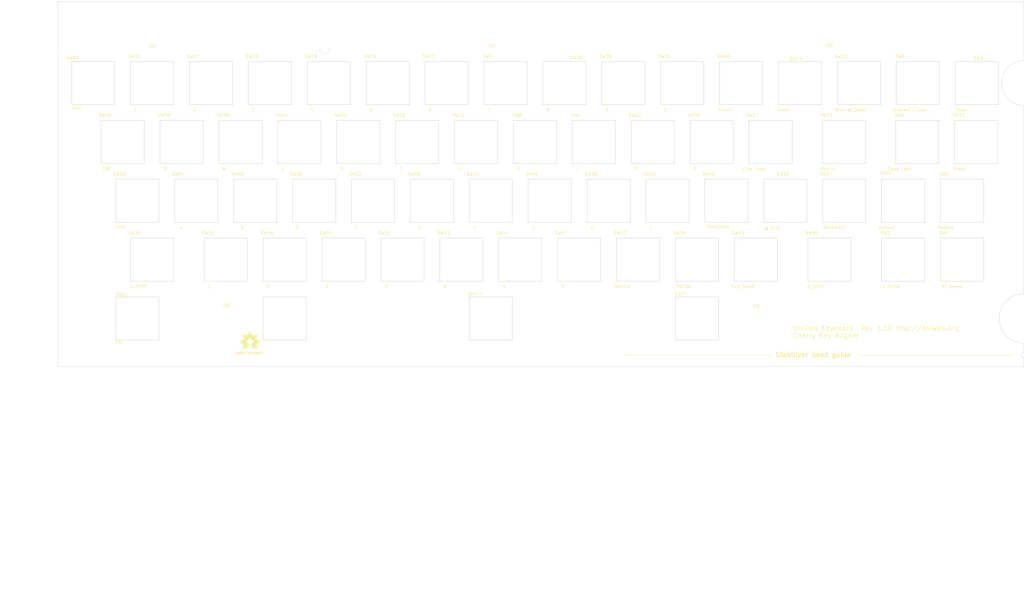
<source format=kicad_pcb>
(kicad_pcb (version 20171130) (host pcbnew "(5.1.6-0-10_14)")

  (general
    (thickness 1.6)
    (drawings 20)
    (tracks 0)
    (zones 0)
    (modules 74)
    (nets 1)
  )

  (page B)
  (title_block
    (title "Cherry Key aligner")
    (date 2020-07-25)
    (rev 1.10)
    (company OSIWeb.org)
  )

  (layers
    (0 F.Cu signal)
    (31 B.Cu signal)
    (32 B.Adhes user)
    (33 F.Adhes user)
    (34 B.Paste user)
    (35 F.Paste user)
    (36 B.SilkS user)
    (37 F.SilkS user)
    (38 B.Mask user)
    (39 F.Mask user)
    (40 Dwgs.User user)
    (41 Cmts.User user)
    (42 Eco1.User user)
    (43 Eco2.User user)
    (44 Edge.Cuts user)
    (45 Margin user)
    (46 B.CrtYd user)
    (47 F.CrtYd user)
    (48 B.Fab user)
    (49 F.Fab user)
  )

  (setup
    (last_trace_width 0.254)
    (user_trace_width 0.254)
    (user_trace_width 0.508)
    (user_trace_width 1.27)
    (trace_clearance 0.2)
    (zone_clearance 0.508)
    (zone_45_only no)
    (trace_min 0.2)
    (via_size 0.8128)
    (via_drill 0.4064)
    (via_min_size 0.4)
    (via_min_drill 0.3)
    (user_via 1.27 0.7112)
    (uvia_size 0.3048)
    (uvia_drill 0.1016)
    (uvias_allowed no)
    (uvia_min_size 0.2)
    (uvia_min_drill 0.1)
    (edge_width 0.05)
    (segment_width 0.2)
    (pcb_text_width 0.3)
    (pcb_text_size 1.5 1.5)
    (mod_edge_width 0.12)
    (mod_text_size 1 1)
    (mod_text_width 0.15)
    (pad_size 6.858 6.858)
    (pad_drill 6.858)
    (pad_to_mask_clearance 0)
    (aux_axis_origin 61.4172 179.1081)
    (grid_origin 62.1538 75.2602)
    (visible_elements 7FFFEFFF)
    (pcbplotparams
      (layerselection 0x010f0_ffffffff)
      (usegerberextensions false)
      (usegerberattributes false)
      (usegerberadvancedattributes false)
      (creategerberjobfile false)
      (excludeedgelayer true)
      (linewidth 0.100000)
      (plotframeref false)
      (viasonmask false)
      (mode 1)
      (useauxorigin false)
      (hpglpennumber 1)
      (hpglpenspeed 20)
      (hpglpendiameter 15.000000)
      (psnegative false)
      (psa4output false)
      (plotreference true)
      (plotvalue true)
      (plotinvisibletext false)
      (padsonsilk false)
      (subtractmaskfromsilk false)
      (outputformat 1)
      (mirror false)
      (drillshape 0)
      (scaleselection 1)
      (outputdirectory "outputs"))
  )

  (net 0 "")

  (net_class Default "This is the default net class."
    (clearance 0.2)
    (trace_width 0.254)
    (via_dia 0.8128)
    (via_drill 0.4064)
    (uvia_dia 0.3048)
    (uvia_drill 0.1016)
    (diff_pair_width 0.2032)
    (diff_pair_gap 0.254)
  )

  (net_class power1 ""
    (clearance 0.254)
    (trace_width 1.27)
    (via_dia 1.27)
    (via_drill 0.7112)
    (uvia_dia 0.3048)
    (uvia_drill 0.1016)
    (diff_pair_width 0.2032)
    (diff_pair_gap 0.254)
  )

  (net_class signal ""
    (clearance 0.2032)
    (trace_width 0.254)
    (via_dia 0.8128)
    (via_drill 0.4064)
    (uvia_dia 0.3048)
    (uvia_drill 0.1016)
    (diff_pair_width 0.2032)
    (diff_pair_gap 0.254)
  )

  (module unikbd:Key_MX_Aligner (layer F.Cu) (tedit 5F2062BA) (tstamp 5EE2E6D8)
    (at 335.06918 108.84916)
    (path /5BC3EA0A/5BCAF394)
    (fp_text reference SW9 (at -5.7912 -8.6106) (layer F.SilkS)
      (effects (font (size 1 1) (thickness 0.15)))
    )
    (fp_text value "Caps Lock" (at -5.7023 8.71982) (layer F.SilkS)
      (effects (font (size 1 1) (thickness 0.15)))
    )
    (fp_line (start -6.985 -6.9596) (end -6.985 7.0104) (layer Edge.Cuts) (width 0.12))
    (fp_line (start 6.985 7.0104) (end 6.985 -6.9596) (layer Edge.Cuts) (width 0.12))
    (fp_line (start -6.985 -6.9596) (end 6.985 -6.9596) (layer Edge.Cuts) (width 0.12))
    (fp_line (start -6.985 7.0104) (end 6.985 7.0104) (layer Edge.Cuts) (width 0.12))
  )

  (module unikbd:Key_MX_Aligner (layer F.Cu) (tedit 5F2062BA) (tstamp 5E0A154C)
    (at 82.85988 165.99916)
    (fp_text reference SW61 (at -5.0292 -7.7724) (layer F.SilkS)
      (effects (font (size 1 1) (thickness 0.15)))
    )
    (fp_text value FN (at -6.1214 7.7978) (layer F.SilkS)
      (effects (font (size 1 1) (thickness 0.15)))
    )
    (fp_line (start -6.985 -6.9596) (end -6.985 7.0104) (layer Edge.Cuts) (width 0.12))
    (fp_line (start 6.985 7.0104) (end 6.985 -6.9596) (layer Edge.Cuts) (width 0.12))
    (fp_line (start -6.985 -6.9596) (end 6.985 -6.9596) (layer Edge.Cuts) (width 0.12))
    (fp_line (start -6.985 7.0104) (end 6.985 7.0104) (layer Edge.Cuts) (width 0.12))
  )

  (module unikbd:Key_MX_Aligner (layer F.Cu) (tedit 5F2062BA) (tstamp 5D0F9D4F)
    (at 287.64738 108.84916)
    (path /5BC3EA0A/5BCAF39B)
    (fp_text reference SW17 (at -5.7912 -8.6106) (layer F.SilkS)
      (effects (font (size 1 1) (thickness 0.15)))
    )
    (fp_text value "Line Feed" (at -5.37464 8.79094) (layer F.SilkS)
      (effects (font (size 1 1) (thickness 0.15)))
    )
    (fp_line (start -6.985 -6.9596) (end -6.985 7.0104) (layer Edge.Cuts) (width 0.12))
    (fp_line (start 6.985 7.0104) (end 6.985 -6.9596) (layer Edge.Cuts) (width 0.12))
    (fp_line (start -6.985 -6.9596) (end 6.985 -6.9596) (layer Edge.Cuts) (width 0.12))
    (fp_line (start -6.985 7.0104) (end 6.985 7.0104) (layer Edge.Cuts) (width 0.12))
  )

  (module unikbd:Key_MX_Aligner (layer F.Cu) (tedit 5F2062BA) (tstamp 5D0FBBE7)
    (at 244.78488 146.94916)
    (path /5BC3E99D/5BC6CEDD)
    (fp_text reference SW37 (at -5.7912 -8.6106) (layer F.SilkS)
      (effects (font (size 1 1) (thickness 0.15)))
    )
    (fp_text value Comma (at -5.334 8.6614) (layer F.SilkS)
      (effects (font (size 1 1) (thickness 0.15)))
    )
    (fp_line (start -6.985 -6.9596) (end -6.985 7.0104) (layer Edge.Cuts) (width 0.12))
    (fp_line (start 6.985 7.0104) (end 6.985 -6.9596) (layer Edge.Cuts) (width 0.12))
    (fp_line (start -6.985 -6.9596) (end 6.985 -6.9596) (layer Edge.Cuts) (width 0.12))
    (fp_line (start -6.985 7.0104) (end 6.985 7.0104) (layer Edge.Cuts) (width 0.12))
  )

  (module unikbd:Key_MX_Aligner locked (layer F.Cu) (tedit 5F2062BA) (tstamp 5D0D7CEF)
    (at 87.62238 89.79916)
    (path /5BC3EA0A/5BCAF489)
    (fp_text reference SW31 (at -5.7912 -8.6106) (layer F.SilkS)
      (effects (font (size 1 1) (thickness 0.15)))
    )
    (fp_text value 1 (at -5.334 8.6614) (layer F.SilkS)
      (effects (font (size 1 1) (thickness 0.15)))
    )
    (fp_line (start -6.985 -6.9596) (end -6.985 7.0104) (layer Edge.Cuts) (width 0.12))
    (fp_line (start 6.985 7.0104) (end 6.985 -6.9596) (layer Edge.Cuts) (width 0.12))
    (fp_line (start -6.985 -6.9596) (end 6.985 -6.9596) (layer Edge.Cuts) (width 0.12))
    (fp_line (start -6.985 7.0104) (end 6.985 7.0104) (layer Edge.Cuts) (width 0.12))
  )

  (module unikbd:Key_MX_Aligner locked (layer F.Cu) (tedit 5F2062BA) (tstamp 5D0D7CDF)
    (at 220.97238 89.79916)
    (path /5BC3EA0A/5BCAF419)
    (fp_text reference SW30 (at 3.91922 -8.21436) (layer F.SilkS)
      (effects (font (size 1 1) (thickness 0.15)))
    )
    (fp_text value 8 (at -5.334 8.6614) (layer F.SilkS)
      (effects (font (size 1 1) (thickness 0.15)))
    )
    (fp_line (start -6.985 -6.9596) (end -6.985 7.0104) (layer Edge.Cuts) (width 0.12))
    (fp_line (start 6.985 7.0104) (end 6.985 -6.9596) (layer Edge.Cuts) (width 0.12))
    (fp_line (start -6.985 -6.9596) (end 6.985 -6.9596) (layer Edge.Cuts) (width 0.12))
    (fp_line (start -6.985 7.0104) (end 6.985 7.0104) (layer Edge.Cuts) (width 0.12))
  )

  (module unikbd:Key_MX_Aligner (layer F.Cu) (tedit 5F2062BA) (tstamp 5D633EAE)
    (at 263.83488 146.94916)
    (path /5BC3EA0A/5BCAF3A9)
    (fp_text reference SW29 (at -5.7912 -8.6106) (layer F.SilkS)
      (effects (font (size 1 1) (thickness 0.15)))
    )
    (fp_text value Period (at -4.38658 8.6614) (layer F.SilkS)
      (effects (font (size 1 1) (thickness 0.15)))
    )
    (fp_line (start -6.985 -6.9596) (end -6.985 7.0104) (layer Edge.Cuts) (width 0.12))
    (fp_line (start 6.985 7.0104) (end 6.985 -6.9596) (layer Edge.Cuts) (width 0.12))
    (fp_line (start -6.985 -6.9596) (end 6.985 -6.9596) (layer Edge.Cuts) (width 0.12))
    (fp_line (start -6.985 7.0104) (end 6.985 7.0104) (layer Edge.Cuts) (width 0.12))
  )

  (module unikbd:Key_MX_Aligner (layer F.Cu) (tedit 5F2062BA) (tstamp 5D0F9EDE)
    (at 116.19738 108.84916)
    (path /5BC3EA0A/5BCAF339)
    (fp_text reference SW28 (at -5.7912 -8.6106) (layer F.SilkS)
      (effects (font (size 1 1) (thickness 0.15)))
    )
    (fp_text value W (at -5.334 8.6614) (layer F.SilkS)
      (effects (font (size 1 1) (thickness 0.15)))
    )
    (fp_line (start -6.985 -6.9596) (end -6.985 7.0104) (layer Edge.Cuts) (width 0.12))
    (fp_line (start 6.985 7.0104) (end 6.985 -6.9596) (layer Edge.Cuts) (width 0.12))
    (fp_line (start -6.985 -6.9596) (end 6.985 -6.9596) (layer Edge.Cuts) (width 0.12))
    (fp_line (start -6.985 7.0104) (end 6.985 7.0104) (layer Edge.Cuts) (width 0.12))
  )

  (module unikbd:Key_MX_Aligner locked (layer F.Cu) (tedit 5F2062BA) (tstamp 5D0D7CAF)
    (at 106.67238 89.79916)
    (path /5BC3EA0A/5BCAF490)
    (fp_text reference SW27 (at -5.7912 -8.6106) (layer F.SilkS)
      (effects (font (size 1 1) (thickness 0.15)))
    )
    (fp_text value 2 (at -5.334 8.6614) (layer F.SilkS)
      (effects (font (size 1 1) (thickness 0.15)))
    )
    (fp_line (start -6.985 -6.9596) (end -6.985 7.0104) (layer Edge.Cuts) (width 0.12))
    (fp_line (start 6.985 7.0104) (end 6.985 -6.9596) (layer Edge.Cuts) (width 0.12))
    (fp_line (start -6.985 -6.9596) (end 6.985 -6.9596) (layer Edge.Cuts) (width 0.12))
    (fp_line (start -6.985 7.0104) (end 6.985 7.0104) (layer Edge.Cuts) (width 0.12))
  )

  (module unikbd:Key_MX_Aligner locked (layer F.Cu) (tedit 5F2062BA) (tstamp 5D0D7C9F)
    (at 240.02238 89.79916)
    (path /5BC3EA0A/5BCAF420)
    (fp_text reference SW26 (at -5.7912 -8.6106) (layer F.SilkS)
      (effects (font (size 1 1) (thickness 0.15)))
    )
    (fp_text value 9 (at -5.334 8.6614) (layer F.SilkS)
      (effects (font (size 1 1) (thickness 0.15)))
    )
    (fp_line (start -6.985 -6.9596) (end -6.985 7.0104) (layer Edge.Cuts) (width 0.12))
    (fp_line (start 6.985 7.0104) (end 6.985 -6.9596) (layer Edge.Cuts) (width 0.12))
    (fp_line (start -6.985 -6.9596) (end 6.985 -6.9596) (layer Edge.Cuts) (width 0.12))
    (fp_line (start -6.985 7.0104) (end 6.985 7.0104) (layer Edge.Cuts) (width 0.12))
  )

  (module unikbd:Key_MX_Aligner (layer F.Cu) (tedit 5F2062BA) (tstamp 5D0FAB87)
    (at 254.30988 127.89916)
    (path /5BC3EA0A/5BCAF3B0)
    (fp_text reference SW25 (at -5.7912 -8.6106) (layer F.SilkS)
      (effects (font (size 1 1) (thickness 0.15)))
    )
    (fp_text value L (at -5.334 8.6614) (layer F.SilkS)
      (effects (font (size 1 1) (thickness 0.15)))
    )
    (fp_line (start -6.985 -6.9596) (end -6.985 7.0104) (layer Edge.Cuts) (width 0.12))
    (fp_line (start 6.985 7.0104) (end 6.985 -6.9596) (layer Edge.Cuts) (width 0.12))
    (fp_line (start -6.985 -6.9596) (end 6.985 -6.9596) (layer Edge.Cuts) (width 0.12))
    (fp_line (start -6.985 7.0104) (end 6.985 7.0104) (layer Edge.Cuts) (width 0.12))
  )

  (module unikbd:Key_MX_Aligner (layer F.Cu) (tedit 5F2062BA) (tstamp 5D0F9EA5)
    (at 135.24738 108.84916)
    (path /5BC3EA0A/5BCAF340)
    (fp_text reference SW24 (at -5.7912 -8.6106) (layer F.SilkS)
      (effects (font (size 1 1) (thickness 0.15)))
    )
    (fp_text value E (at -5.334 8.6614) (layer F.SilkS)
      (effects (font (size 1 1) (thickness 0.15)))
    )
    (fp_line (start -6.985 -6.9596) (end -6.985 7.0104) (layer Edge.Cuts) (width 0.12))
    (fp_line (start 6.985 7.0104) (end 6.985 -6.9596) (layer Edge.Cuts) (width 0.12))
    (fp_line (start -6.985 -6.9596) (end 6.985 -6.9596) (layer Edge.Cuts) (width 0.12))
    (fp_line (start -6.985 7.0104) (end 6.985 7.0104) (layer Edge.Cuts) (width 0.12))
  )

  (module unikbd:Key_MX_Aligner locked (layer F.Cu) (tedit 5F2062BA) (tstamp 5D0D7C6F)
    (at 125.72238 89.79916)
    (path /5BC3EA0A/5BCAF482)
    (fp_text reference SW23 (at -5.7912 -8.6106) (layer F.SilkS)
      (effects (font (size 1 1) (thickness 0.15)))
    )
    (fp_text value 3 (at -5.334 8.6614) (layer F.SilkS)
      (effects (font (size 1 1) (thickness 0.15)))
    )
    (fp_line (start -6.985 -6.9596) (end -6.985 7.0104) (layer Edge.Cuts) (width 0.12))
    (fp_line (start 6.985 7.0104) (end 6.985 -6.9596) (layer Edge.Cuts) (width 0.12))
    (fp_line (start -6.985 -6.9596) (end 6.985 -6.9596) (layer Edge.Cuts) (width 0.12))
    (fp_line (start -6.985 7.0104) (end 6.985 7.0104) (layer Edge.Cuts) (width 0.12))
  )

  (module unikbd:Key_MX_Aligner (layer F.Cu) (tedit 5F2062BA) (tstamp 5D633858)
    (at 249.54738 108.84916)
    (path /5BC3EA0A/5BCAF412)
    (fp_text reference SW22 (at -5.7912 -8.6106) (layer F.SilkS)
      (effects (font (size 1 1) (thickness 0.15)))
    )
    (fp_text value 0 (at -5.334 8.6614) (layer F.SilkS)
      (effects (font (size 1 1) (thickness 0.15)))
    )
    (fp_line (start -6.985 -6.9596) (end -6.985 7.0104) (layer Edge.Cuts) (width 0.12))
    (fp_line (start 6.985 7.0104) (end 6.985 -6.9596) (layer Edge.Cuts) (width 0.12))
    (fp_line (start -6.985 -6.9596) (end 6.985 -6.9596) (layer Edge.Cuts) (width 0.12))
    (fp_line (start -6.985 7.0104) (end 6.985 7.0104) (layer Edge.Cuts) (width 0.12))
  )

  (module unikbd:Key_MX_Aligner locked (layer F.Cu) (tedit 5F2062BA) (tstamp 5D0D7C4F)
    (at 259.07238 89.79916)
    (path /5BC3EA0A/5BCAF3A2)
    (fp_text reference SW21 (at -5.7912 -8.6106) (layer F.SilkS)
      (effects (font (size 1 1) (thickness 0.15)))
    )
    (fp_text value O (at -5.334 8.6614) (layer F.SilkS)
      (effects (font (size 1 1) (thickness 0.15)))
    )
    (fp_line (start -6.985 -6.9596) (end -6.985 7.0104) (layer Edge.Cuts) (width 0.12))
    (fp_line (start 6.985 7.0104) (end 6.985 -6.9596) (layer Edge.Cuts) (width 0.12))
    (fp_line (start -6.985 -6.9596) (end 6.985 -6.9596) (layer Edge.Cuts) (width 0.12))
    (fp_line (start -6.985 7.0104) (end 6.985 7.0104) (layer Edge.Cuts) (width 0.12))
  )

  (module unikbd:Key_MX_Aligner (layer F.Cu) (tedit 5F2062BA) (tstamp 5D0F9E6C)
    (at 154.29738 108.84916)
    (path /5BC3EA0A/5BCAF332)
    (fp_text reference SW20 (at -5.7912 -8.6106) (layer F.SilkS)
      (effects (font (size 1 1) (thickness 0.15)))
    )
    (fp_text value R (at -5.334 8.6614) (layer F.SilkS)
      (effects (font (size 1 1) (thickness 0.15)))
    )
    (fp_line (start -6.985 -6.9596) (end -6.985 7.0104) (layer Edge.Cuts) (width 0.12))
    (fp_line (start 6.985 7.0104) (end 6.985 -6.9596) (layer Edge.Cuts) (width 0.12))
    (fp_line (start -6.985 -6.9596) (end 6.985 -6.9596) (layer Edge.Cuts) (width 0.12))
    (fp_line (start -6.985 7.0104) (end 6.985 7.0104) (layer Edge.Cuts) (width 0.12))
  )

  (module unikbd:Key_MX_Aligner locked (layer F.Cu) (tedit 5F2062BA) (tstamp 5D0D7C2F)
    (at 144.77238 89.79916)
    (path /5BC3EA0A/5BCAF47B)
    (fp_text reference SW19 (at -5.7912 -8.6106) (layer F.SilkS)
      (effects (font (size 1 1) (thickness 0.15)))
    )
    (fp_text value 4 (at -5.334 8.6614) (layer F.SilkS)
      (effects (font (size 1 1) (thickness 0.15)))
    )
    (fp_line (start -6.985 -6.9596) (end -6.985 7.0104) (layer Edge.Cuts) (width 0.12))
    (fp_line (start 6.985 7.0104) (end 6.985 -6.9596) (layer Edge.Cuts) (width 0.12))
    (fp_line (start -6.985 -6.9596) (end 6.985 -6.9596) (layer Edge.Cuts) (width 0.12))
    (fp_line (start -6.985 7.0104) (end 6.985 7.0104) (layer Edge.Cuts) (width 0.12))
  )

  (module unikbd:Key_MX_Aligner locked (layer F.Cu) (tedit 5F2062BA) (tstamp 5D0D7C1F)
    (at 278.12238 89.79916)
    (path /5BC3EA0A/5BCAF40B)
    (fp_text reference SW18 (at -5.7912 -8.6106) (layer F.SilkS)
      (effects (font (size 1 1) (thickness 0.15)))
    )
    (fp_text value Colon (at -5.334 8.6614) (layer F.SilkS)
      (effects (font (size 1 1) (thickness 0.15)))
    )
    (fp_line (start -6.985 -6.9596) (end -6.985 7.0104) (layer Edge.Cuts) (width 0.12))
    (fp_line (start 6.985 7.0104) (end 6.985 -6.9596) (layer Edge.Cuts) (width 0.12))
    (fp_line (start -6.985 -6.9596) (end 6.985 -6.9596) (layer Edge.Cuts) (width 0.12))
    (fp_line (start -6.985 7.0104) (end 6.985 7.0104) (layer Edge.Cuts) (width 0.12))
  )

  (module unikbd:Key_MX_Aligner (layer F.Cu) (tedit 5F2062BA) (tstamp 5D0F9D88)
    (at 173.34738 108.84916)
    (path /5BC3EA0A/5BCAF32B)
    (fp_text reference SW16 (at -5.7912 -8.6106) (layer F.SilkS)
      (effects (font (size 1 1) (thickness 0.15)))
    )
    (fp_text value T (at -5.334 8.6614) (layer F.SilkS)
      (effects (font (size 1 1) (thickness 0.15)))
    )
    (fp_line (start -6.985 -6.9596) (end -6.985 7.0104) (layer Edge.Cuts) (width 0.12))
    (fp_line (start 6.985 7.0104) (end 6.985 -6.9596) (layer Edge.Cuts) (width 0.12))
    (fp_line (start -6.985 -6.9596) (end 6.985 -6.9596) (layer Edge.Cuts) (width 0.12))
    (fp_line (start -6.985 7.0104) (end 6.985 7.0104) (layer Edge.Cuts) (width 0.12))
  )

  (module unikbd:Key_MX_Aligner locked (layer F.Cu) (tedit 5F2062BA) (tstamp 5D0D7BEF)
    (at 163.82238 89.79916)
    (path /5BC3EA0A/5BCAF46D)
    (fp_text reference SW15 (at -5.7912 -8.6106) (layer F.SilkS)
      (effects (font (size 1 1) (thickness 0.15)))
    )
    (fp_text value 5 (at -5.334 8.6614) (layer F.SilkS)
      (effects (font (size 1 1) (thickness 0.15)))
    )
    (fp_line (start -6.985 -6.9596) (end -6.985 7.0104) (layer Edge.Cuts) (width 0.12))
    (fp_line (start 6.985 7.0104) (end 6.985 -6.9596) (layer Edge.Cuts) (width 0.12))
    (fp_line (start -6.985 -6.9596) (end 6.985 -6.9596) (layer Edge.Cuts) (width 0.12))
    (fp_line (start -6.985 7.0104) (end 6.985 7.0104) (layer Edge.Cuts) (width 0.12))
  )

  (module unikbd:Key_MX_Aligner locked (layer F.Cu) (tedit 5F2062BA) (tstamp 5D0D7BDF)
    (at 297.17238 89.79916)
    (path /5BC3EA0A/5BCAF3FD)
    (fp_text reference SW14 (at -1.33858 -7.85876) (layer F.SilkS)
      (effects (font (size 1 1) (thickness 0.15)))
    )
    (fp_text value Dash (at -5.334 8.6614) (layer F.SilkS)
      (effects (font (size 1 1) (thickness 0.15)))
    )
    (fp_line (start -6.985 -6.9596) (end -6.985 7.0104) (layer Edge.Cuts) (width 0.12))
    (fp_line (start 6.985 7.0104) (end 6.985 -6.9596) (layer Edge.Cuts) (width 0.12))
    (fp_line (start -6.985 -6.9596) (end 6.985 -6.9596) (layer Edge.Cuts) (width 0.12))
    (fp_line (start -6.985 7.0104) (end 6.985 7.0104) (layer Edge.Cuts) (width 0.12))
  )

  (module unikbd:Key_MX_Aligner (layer F.Cu) (tedit 5F2062BA) (tstamp 5EE2E6FC)
    (at 311.45988 108.84916)
    (path /5BC3EA0A/5BCAF38D)
    (fp_text reference SW13 (at -5.7912 -8.6106) (layer F.SilkS)
      (effects (font (size 1 1) (thickness 0.15)))
    )
    (fp_text value Return (at -5.334 8.6614) (layer F.SilkS)
      (effects (font (size 1 1) (thickness 0.15)))
    )
    (fp_line (start -6.985 -6.9596) (end -6.985 7.0104) (layer Edge.Cuts) (width 0.12))
    (fp_line (start 6.985 7.0104) (end 6.985 -6.9596) (layer Edge.Cuts) (width 0.12))
    (fp_line (start -6.985 -6.9596) (end 6.985 -6.9596) (layer Edge.Cuts) (width 0.12))
    (fp_line (start -6.985 7.0104) (end 6.985 7.0104) (layer Edge.Cuts) (width 0.12))
  )

  (module unikbd:Key_MX_Aligner (layer F.Cu) (tedit 5F2062BA) (tstamp 5D0F9DFA)
    (at 192.39738 108.84916)
    (path /5BC3EA0A/5BCAF31D)
    (fp_text reference SW12 (at -5.7912 -8.6106) (layer F.SilkS)
      (effects (font (size 1 1) (thickness 0.15)))
    )
    (fp_text value Y (at -5.334 8.6614) (layer F.SilkS)
      (effects (font (size 1 1) (thickness 0.15)))
    )
    (fp_line (start -6.985 -6.9596) (end -6.985 7.0104) (layer Edge.Cuts) (width 0.12))
    (fp_line (start 6.985 7.0104) (end 6.985 -6.9596) (layer Edge.Cuts) (width 0.12))
    (fp_line (start -6.985 -6.9596) (end 6.985 -6.9596) (layer Edge.Cuts) (width 0.12))
    (fp_line (start -6.985 7.0104) (end 6.985 7.0104) (layer Edge.Cuts) (width 0.12))
  )

  (module unikbd:Key_MX_Aligner locked (layer F.Cu) (tedit 5F2062BA) (tstamp 5D0D7BAF)
    (at 182.87238 89.79916)
    (path /5BC3EA0A/5BCAF474)
    (fp_text reference SW11 (at -5.7912 -8.6106) (layer F.SilkS)
      (effects (font (size 1 1) (thickness 0.15)))
    )
    (fp_text value 6 (at -5.334 8.6614) (layer F.SilkS)
      (effects (font (size 1 1) (thickness 0.15)))
    )
    (fp_line (start -6.985 -6.9596) (end -6.985 7.0104) (layer Edge.Cuts) (width 0.12))
    (fp_line (start 6.985 7.0104) (end 6.985 -6.9596) (layer Edge.Cuts) (width 0.12))
    (fp_line (start -6.985 -6.9596) (end 6.985 -6.9596) (layer Edge.Cuts) (width 0.12))
    (fp_line (start -6.985 7.0104) (end 6.985 7.0104) (layer Edge.Cuts) (width 0.12))
  )

  (module unikbd:Key_MX_Aligner locked (layer F.Cu) (tedit 5F2062BA) (tstamp 5D105DE3)
    (at 316.22238 89.79916)
    (path /5BC3EA0A/5BCAF404)
    (fp_text reference SW10 (at -5.7912 -8.6106) (layer F.SilkS)
      (effects (font (size 1 1) (thickness 0.15)))
    )
    (fp_text value Bracket_Open (at -2.794 8.6614) (layer F.SilkS)
      (effects (font (size 1 1) (thickness 0.15)))
    )
    (fp_line (start -6.985 -6.9596) (end -6.985 7.0104) (layer Edge.Cuts) (width 0.12))
    (fp_line (start 6.985 7.0104) (end 6.985 -6.9596) (layer Edge.Cuts) (width 0.12))
    (fp_line (start -6.985 -6.9596) (end 6.985 -6.9596) (layer Edge.Cuts) (width 0.12))
    (fp_line (start -6.985 7.0104) (end 6.985 7.0104) (layer Edge.Cuts) (width 0.12))
  )

  (module unikbd:Key_MX_Aligner (layer F.Cu) (tedit 5F2062BA) (tstamp 5D0F9DC1)
    (at 211.44738 108.84916)
    (path /5BC3EA0A/5BCAF324)
    (fp_text reference SW8 (at -5.7912 -8.6106) (layer F.SilkS)
      (effects (font (size 1 1) (thickness 0.15)))
    )
    (fp_text value U (at -5.334 8.6614) (layer F.SilkS)
      (effects (font (size 1 1) (thickness 0.15)))
    )
    (fp_line (start -6.985 -6.9596) (end -6.985 7.0104) (layer Edge.Cuts) (width 0.12))
    (fp_line (start 6.985 7.0104) (end 6.985 -6.9596) (layer Edge.Cuts) (width 0.12))
    (fp_line (start -6.985 -6.9596) (end 6.985 -6.9596) (layer Edge.Cuts) (width 0.12))
    (fp_line (start -6.985 7.0104) (end 6.985 7.0104) (layer Edge.Cuts) (width 0.12))
  )

  (module unikbd:Key_MX_Aligner (layer F.Cu) (tedit 5F2062BA) (tstamp 5D0D7B6F)
    (at 201.92238 89.79916)
    (path /5BC3EA0A/5BCAF466)
    (fp_text reference SW7 (at -5.7912 -8.6106) (layer F.SilkS)
      (effects (font (size 1 1) (thickness 0.15)))
    )
    (fp_text value 7 (at -5.334 8.6614) (layer F.SilkS)
      (effects (font (size 1 1) (thickness 0.15)))
    )
    (fp_line (start -6.985 -6.9596) (end -6.985 7.0104) (layer Edge.Cuts) (width 0.12))
    (fp_line (start 6.985 7.0104) (end 6.985 -6.9596) (layer Edge.Cuts) (width 0.12))
    (fp_line (start -6.985 -6.9596) (end 6.985 -6.9596) (layer Edge.Cuts) (width 0.12))
    (fp_line (start -6.985 7.0104) (end 6.985 7.0104) (layer Edge.Cuts) (width 0.12))
  )

  (module unikbd:Key_MX_Aligner locked (layer F.Cu) (tedit 5F2062BA) (tstamp 5D105E93)
    (at 335.27238 89.79916)
    (path /5BC3EA0A/5BCAF3F6)
    (fp_text reference SW6 (at -5.7912 -8.6106) (layer F.SilkS)
      (effects (font (size 1 1) (thickness 0.15)))
    )
    (fp_text value Bracket_Close (at -2.794 8.6614) (layer F.SilkS)
      (effects (font (size 1 1) (thickness 0.15)))
    )
    (fp_line (start -6.985 -6.9596) (end -6.985 7.0104) (layer Edge.Cuts) (width 0.12))
    (fp_line (start 6.985 7.0104) (end 6.985 -6.9596) (layer Edge.Cuts) (width 0.12))
    (fp_line (start -6.985 -6.9596) (end 6.985 -6.9596) (layer Edge.Cuts) (width 0.12))
    (fp_line (start -6.985 7.0104) (end 6.985 7.0104) (layer Edge.Cuts) (width 0.12))
  )

  (module unikbd:Key_MX_Aligner (layer F.Cu) (tedit 5F2062BA) (tstamp 5D0F200E)
    (at 349.55988 127.89916)
    (path /5BC3EA0A/5BCAF386)
    (fp_text reference SW5 (at -5.7912 -8.6106) (layer F.SilkS)
      (effects (font (size 1 1) (thickness 0.15)))
    )
    (fp_text value Repeat (at -5.334 8.6614) (layer F.SilkS)
      (effects (font (size 1 1) (thickness 0.15)))
    )
    (fp_line (start -6.985 -6.9596) (end -6.985 7.0104) (layer Edge.Cuts) (width 0.12))
    (fp_line (start 6.985 7.0104) (end 6.985 -6.9596) (layer Edge.Cuts) (width 0.12))
    (fp_line (start -6.985 -6.9596) (end 6.985 -6.9596) (layer Edge.Cuts) (width 0.12))
    (fp_line (start -6.985 7.0104) (end 6.985 7.0104) (layer Edge.Cuts) (width 0.12))
  )

  (module unikbd:Key_MX_Aligner (layer F.Cu) (tedit 5F2062BA) (tstamp 5D0F9D16)
    (at 230.49738 108.84916)
    (path /5BC3EA0A/5BCAF316)
    (fp_text reference SW4 (at -5.7912 -8.6106) (layer F.SilkS)
      (effects (font (size 1 1) (thickness 0.15)))
    )
    (fp_text value I (at -5.334 8.6614) (layer F.SilkS)
      (effects (font (size 1 1) (thickness 0.15)))
    )
    (fp_line (start -6.985 -6.9596) (end -6.985 7.0104) (layer Edge.Cuts) (width 0.12))
    (fp_line (start 6.985 7.0104) (end 6.985 -6.9596) (layer Edge.Cuts) (width 0.12))
    (fp_line (start -6.985 -6.9596) (end 6.985 -6.9596) (layer Edge.Cuts) (width 0.12))
    (fp_line (start -6.985 7.0104) (end 6.985 7.0104) (layer Edge.Cuts) (width 0.12))
  )

  (module unikbd:Key_MX_Aligner locked (layer F.Cu) (tedit 5F2062BA) (tstamp 5D0D7B1F)
    (at 354.32238 89.79916)
    (path /5BC3EA0A/5BCAF3EF)
    (fp_text reference SW3 (at 0.56642 -7.96036) (layer F.SilkS)
      (effects (font (size 1 1) (thickness 0.15)))
    )
    (fp_text value Tilde (at -5.334 8.6614) (layer F.SilkS)
      (effects (font (size 1 1) (thickness 0.15)))
    )
    (fp_line (start -6.985 -6.9596) (end -6.985 7.0104) (layer Edge.Cuts) (width 0.12))
    (fp_line (start 6.985 7.0104) (end 6.985 -6.9596) (layer Edge.Cuts) (width 0.12))
    (fp_line (start -6.985 -6.9596) (end 6.985 -6.9596) (layer Edge.Cuts) (width 0.12))
    (fp_line (start -6.985 7.0104) (end 6.985 7.0104) (layer Edge.Cuts) (width 0.12))
  )

  (module unikbd:Key_MX_Aligner (layer F.Cu) (tedit 5F2062BA) (tstamp 5D0F6109)
    (at 330.50988 146.94916)
    (path /5BC3EA0A/5BCAF37F)
    (fp_text reference SW2 (at -5.7912 -8.6106) (layer F.SilkS)
      (effects (font (size 1 1) (thickness 0.15)))
    )
    (fp_text value "LT Arrow" (at -4.15798 8.60044) (layer F.SilkS)
      (effects (font (size 1 1) (thickness 0.15)))
    )
    (fp_line (start -6.985 -6.9596) (end -6.985 7.0104) (layer Edge.Cuts) (width 0.12))
    (fp_line (start 6.985 7.0104) (end 6.985 -6.9596) (layer Edge.Cuts) (width 0.12))
    (fp_line (start -6.985 -6.9596) (end 6.985 -6.9596) (layer Edge.Cuts) (width 0.12))
    (fp_line (start -6.985 7.0104) (end 6.985 7.0104) (layer Edge.Cuts) (width 0.12))
  )

  (module unikbd:Key_MX_Aligner (layer F.Cu) (tedit 5F2062BA) (tstamp 5D0FAB4E)
    (at 120.95988 127.89916)
    (path /5BC3E99D/5BC6D0D0)
    (fp_text reference SW60 (at -5.7912 -8.6106) (layer F.SilkS)
      (effects (font (size 1 1) (thickness 0.15)))
    )
    (fp_text value S (at -4.13258 8.62584) (layer F.SilkS)
      (effects (font (size 1 1) (thickness 0.15)))
    )
    (fp_line (start -6.985 -6.9596) (end -6.985 7.0104) (layer Edge.Cuts) (width 0.12))
    (fp_line (start 6.985 7.0104) (end 6.985 -6.9596) (layer Edge.Cuts) (width 0.12))
    (fp_line (start -6.985 -6.9596) (end 6.985 -6.9596) (layer Edge.Cuts) (width 0.12))
    (fp_line (start -6.985 7.0104) (end 6.985 7.0104) (layer Edge.Cuts) (width 0.12))
  )

  (module unikbd:Key_MX_Aligner (layer F.Cu) (tedit 5F2062BA) (tstamp 5D0FB692)
    (at 130.48488 146.94916)
    (path /5BC3E99D/5BC6CF00)
    (fp_text reference SW59 (at -5.7912 -8.6106) (layer F.SilkS)
      (effects (font (size 1 1) (thickness 0.15)))
    )
    (fp_text value X (at -5.334 8.6614) (layer F.SilkS)
      (effects (font (size 1 1) (thickness 0.15)))
    )
    (fp_line (start -6.985 -6.9596) (end -6.985 7.0104) (layer Edge.Cuts) (width 0.12))
    (fp_line (start 6.985 7.0104) (end 6.985 -6.9596) (layer Edge.Cuts) (width 0.12))
    (fp_line (start -6.985 -6.9596) (end 6.985 -6.9596) (layer Edge.Cuts) (width 0.12))
    (fp_line (start -6.985 7.0104) (end 6.985 7.0104) (layer Edge.Cuts) (width 0.12))
  )

  (module unikbd:Key_MX_Aligner (layer F.Cu) (tedit 5F2062BA) (tstamp 5D0F9CDD)
    (at 97.14738 108.84916)
    (path /5BC3E99D/5BC6CD80)
    (fp_text reference SW58 (at -5.7912 -8.6106) (layer F.SilkS)
      (effects (font (size 1 1) (thickness 0.15)))
    )
    (fp_text value Q (at -5.334 8.6614) (layer F.SilkS)
      (effects (font (size 1 1) (thickness 0.15)))
    )
    (fp_line (start -6.985 -6.9596) (end -6.985 7.0104) (layer Edge.Cuts) (width 0.12))
    (fp_line (start 6.985 7.0104) (end 6.985 -6.9596) (layer Edge.Cuts) (width 0.12))
    (fp_line (start -6.985 -6.9596) (end 6.985 -6.9596) (layer Edge.Cuts) (width 0.12))
    (fp_line (start -6.985 7.0104) (end 6.985 7.0104) (layer Edge.Cuts) (width 0.12))
  )

  (module unikbd:Key_MX_Aligner (layer F.Cu) (tedit 5F2062BA) (tstamp 5D633B5C)
    (at 311.45988 127.89916)
    (path /5BC3E99D/5BC3FF70)
    (fp_text reference SW57 (at -5.7912 -8.6106) (layer F.SilkS)
      (effects (font (size 1 1) (thickness 0.15)))
    )
    (fp_text value Backslash (at -3.04038 8.52424) (layer F.SilkS)
      (effects (font (size 1 1) (thickness 0.15)))
    )
    (fp_line (start -6.985 -6.9596) (end -6.985 7.0104) (layer Edge.Cuts) (width 0.12))
    (fp_line (start 6.985 7.0104) (end 6.985 -6.9596) (layer Edge.Cuts) (width 0.12))
    (fp_line (start -6.985 -6.9596) (end 6.985 -6.9596) (layer Edge.Cuts) (width 0.12))
    (fp_line (start -6.985 7.0104) (end 6.985 7.0104) (layer Edge.Cuts) (width 0.12))
  )

  (module unikbd:Key_MX_Aligner (layer F.Cu) (tedit 5F2062BA) (tstamp 5D0FAB15)
    (at 140.00988 127.89916)
    (path /5BC3E99D/5BC6D0D7)
    (fp_text reference SW56 (at -5.7912 -8.6106) (layer F.SilkS)
      (effects (font (size 1 1) (thickness 0.15)))
    )
    (fp_text value D (at -5.334 8.6614) (layer F.SilkS)
      (effects (font (size 1 1) (thickness 0.15)))
    )
    (fp_line (start -6.985 -6.9596) (end -6.985 7.0104) (layer Edge.Cuts) (width 0.12))
    (fp_line (start 6.985 7.0104) (end 6.985 -6.9596) (layer Edge.Cuts) (width 0.12))
    (fp_line (start -6.985 -6.9596) (end 6.985 -6.9596) (layer Edge.Cuts) (width 0.12))
    (fp_line (start -6.985 7.0104) (end 6.985 7.0104) (layer Edge.Cuts) (width 0.12))
  )

  (module unikbd:Key_MX_Aligner (layer F.Cu) (tedit 5F2062BA) (tstamp 5D0FB659)
    (at 149.53488 146.94916)
    (path /5BC3E99D/5BC6CF07)
    (fp_text reference SW55 (at -5.7912 -8.6106) (layer F.SilkS)
      (effects (font (size 1 1) (thickness 0.15)))
    )
    (fp_text value C (at -5.334 8.6614) (layer F.SilkS)
      (effects (font (size 1 1) (thickness 0.15)))
    )
    (fp_line (start -6.985 -6.9596) (end -6.985 7.0104) (layer Edge.Cuts) (width 0.12))
    (fp_line (start 6.985 7.0104) (end 6.985 -6.9596) (layer Edge.Cuts) (width 0.12))
    (fp_line (start -6.985 -6.9596) (end 6.985 -6.9596) (layer Edge.Cuts) (width 0.12))
    (fp_line (start -6.985 7.0104) (end 6.985 7.0104) (layer Edge.Cuts) (width 0.12))
  )

  (module unikbd:Key_MX_Aligner (layer F.Cu) (tedit 5F2062BA) (tstamp 5D0FAADC)
    (at 101.90988 127.89916)
    (path /5BC3E99D/5BC6CD87)
    (fp_text reference SW54 (at -5.7912 -8.6106) (layer F.SilkS)
      (effects (font (size 1 1) (thickness 0.15)))
    )
    (fp_text value A (at -4.89458 8.62584) (layer F.SilkS)
      (effects (font (size 1 1) (thickness 0.15)))
    )
    (fp_line (start -6.985 -6.9596) (end -6.985 7.0104) (layer Edge.Cuts) (width 0.12))
    (fp_line (start 6.985 7.0104) (end 6.985 -6.9596) (layer Edge.Cuts) (width 0.12))
    (fp_line (start -6.985 -6.9596) (end 6.985 -6.9596) (layer Edge.Cuts) (width 0.12))
    (fp_line (start -6.985 7.0104) (end 6.985 7.0104) (layer Edge.Cuts) (width 0.12))
  )

  (module unikbd:Key_MX_Aligner (layer F.Cu) (tedit 5F2062BA) (tstamp 5D0FAF44)
    (at 82.85988 127.89916)
    (path /5BC3E99D/5BC3FF77)
    (fp_text reference SW53 (at -5.7912 -8.6106) (layer F.SilkS)
      (effects (font (size 1 1) (thickness 0.15)))
    )
    (fp_text value CTRL (at -5.334 8.6614) (layer F.SilkS)
      (effects (font (size 1 1) (thickness 0.15)))
    )
    (fp_line (start -6.985 -6.9596) (end -6.985 7.0104) (layer Edge.Cuts) (width 0.12))
    (fp_line (start 6.985 7.0104) (end 6.985 -6.9596) (layer Edge.Cuts) (width 0.12))
    (fp_line (start -6.985 -6.9596) (end 6.985 -6.9596) (layer Edge.Cuts) (width 0.12))
    (fp_line (start -6.985 7.0104) (end 6.985 7.0104) (layer Edge.Cuts) (width 0.12))
  )

  (module unikbd:Key_MX_Aligner (layer F.Cu) (tedit 5F2062BA) (tstamp 5D0FB0A3)
    (at 159.05988 127.89916)
    (path /5BC3E99D/5BC6D0C9)
    (fp_text reference SW52 (at -5.7912 -8.6106) (layer F.SilkS)
      (effects (font (size 1 1) (thickness 0.15)))
    )
    (fp_text value F (at -5.334 8.6614) (layer F.SilkS)
      (effects (font (size 1 1) (thickness 0.15)))
    )
    (fp_line (start -6.985 -6.9596) (end -6.985 7.0104) (layer Edge.Cuts) (width 0.12))
    (fp_line (start 6.985 7.0104) (end 6.985 -6.9596) (layer Edge.Cuts) (width 0.12))
    (fp_line (start -6.985 -6.9596) (end 6.985 -6.9596) (layer Edge.Cuts) (width 0.12))
    (fp_line (start -6.985 7.0104) (end 6.985 7.0104) (layer Edge.Cuts) (width 0.12))
  )

  (module unikbd:Key_MX_Aligner (layer F.Cu) (tedit 5F2062BA) (tstamp 5D0FBCCB)
    (at 168.58488 146.94916)
    (path /5BC3E99D/5BC6CEF9)
    (fp_text reference SW51 (at -5.7912 -8.6106) (layer F.SilkS)
      (effects (font (size 1 1) (thickness 0.15)))
    )
    (fp_text value V (at -5.334 8.6614) (layer F.SilkS)
      (effects (font (size 1 1) (thickness 0.15)))
    )
    (fp_line (start -6.985 -6.9596) (end -6.985 7.0104) (layer Edge.Cuts) (width 0.12))
    (fp_line (start 6.985 7.0104) (end 6.985 -6.9596) (layer Edge.Cuts) (width 0.12))
    (fp_line (start -6.985 -6.9596) (end 6.985 -6.9596) (layer Edge.Cuts) (width 0.12))
    (fp_line (start -6.985 7.0104) (end 6.985 7.0104) (layer Edge.Cuts) (width 0.12))
  )

  (module unikbd:Key_MX_Aligner (layer F.Cu) (tedit 5F2062BA) (tstamp 5D0FBC59)
    (at 111.43488 146.94916)
    (path /5BC3E99D/5BC6CD79)
    (fp_text reference SW50 (at -5.7912 -8.6106) (layer F.SilkS)
      (effects (font (size 1 1) (thickness 0.15)))
    )
    (fp_text value Z (at -5.334 8.6614) (layer F.SilkS)
      (effects (font (size 1 1) (thickness 0.15)))
    )
    (fp_line (start -6.985 -6.9596) (end -6.985 7.0104) (layer Edge.Cuts) (width 0.12))
    (fp_line (start 6.985 7.0104) (end 6.985 -6.9596) (layer Edge.Cuts) (width 0.12))
    (fp_line (start -6.985 -6.9596) (end 6.985 -6.9596) (layer Edge.Cuts) (width 0.12))
    (fp_line (start -6.985 7.0104) (end 6.985 7.0104) (layer Edge.Cuts) (width 0.12))
  )

  (module unikbd:Key_MX_Aligner (layer F.Cu) (tedit 5F2062BA) (tstamp 5D0FA2F5)
    (at 78.09738 108.84916)
    (path /5BC3E99D/5BC3FF69)
    (fp_text reference SW49 (at -5.7912 -8.6106) (layer F.SilkS)
      (effects (font (size 1 1) (thickness 0.15)))
    )
    (fp_text value TAB (at -5.334 8.6614) (layer F.SilkS)
      (effects (font (size 1 1) (thickness 0.15)))
    )
    (fp_line (start -6.985 -6.9596) (end -6.985 7.0104) (layer Edge.Cuts) (width 0.12))
    (fp_line (start 6.985 7.0104) (end 6.985 -6.9596) (layer Edge.Cuts) (width 0.12))
    (fp_line (start -6.985 -6.9596) (end 6.985 -6.9596) (layer Edge.Cuts) (width 0.12))
    (fp_line (start -6.985 7.0104) (end 6.985 7.0104) (layer Edge.Cuts) (width 0.12))
  )

  (module unikbd:Key_MX_Aligner (layer F.Cu) (tedit 5F2062BA) (tstamp 5D0FB115)
    (at 178.10988 127.89916)
    (path /5BC3E99D/5BC6D0C2)
    (fp_text reference SW48 (at -5.7912 -8.6106) (layer F.SilkS)
      (effects (font (size 1 1) (thickness 0.15)))
    )
    (fp_text value G (at -4.00558 8.62584) (layer F.SilkS)
      (effects (font (size 1 1) (thickness 0.15)))
    )
    (fp_line (start -6.985 -6.9596) (end -6.985 7.0104) (layer Edge.Cuts) (width 0.12))
    (fp_line (start 6.985 7.0104) (end 6.985 -6.9596) (layer Edge.Cuts) (width 0.12))
    (fp_line (start -6.985 -6.9596) (end 6.985 -6.9596) (layer Edge.Cuts) (width 0.12))
    (fp_line (start -6.985 7.0104) (end 6.985 7.0104) (layer Edge.Cuts) (width 0.12))
  )

  (module unikbd:Key_MX_Aligner (layer F.Cu) (tedit 5F2062BA) (tstamp 5D0FBB3C)
    (at 187.63488 146.94916)
    (path /5BC3E99D/5BC6CEF2)
    (fp_text reference SW47 (at -5.7912 -8.6106) (layer F.SilkS)
      (effects (font (size 1 1) (thickness 0.15)))
    )
    (fp_text value B (at -5.334 8.6614) (layer F.SilkS)
      (effects (font (size 1 1) (thickness 0.15)))
    )
    (fp_line (start -6.985 -6.9596) (end -6.985 7.0104) (layer Edge.Cuts) (width 0.12))
    (fp_line (start 6.985 7.0104) (end 6.985 -6.9596) (layer Edge.Cuts) (width 0.12))
    (fp_line (start -6.985 -6.9596) (end 6.985 -6.9596) (layer Edge.Cuts) (width 0.12))
    (fp_line (start -6.985 7.0104) (end 6.985 7.0104) (layer Edge.Cuts) (width 0.12))
  )

  (module unikbd:Key_MX_Aligner (layer F.Cu) (tedit 5F2062BA) (tstamp 5D0FB187)
    (at 197.15988 127.89916)
    (path /5BC3E99D/5BC6D0B4)
    (fp_text reference SW45 (at -5.7912 -8.6106) (layer F.SilkS)
      (effects (font (size 1 1) (thickness 0.15)))
    )
    (fp_text value H (at -5.334 8.6614) (layer F.SilkS)
      (effects (font (size 1 1) (thickness 0.15)))
    )
    (fp_line (start -6.985 -6.9596) (end -6.985 7.0104) (layer Edge.Cuts) (width 0.12))
    (fp_line (start 6.985 7.0104) (end 6.985 -6.9596) (layer Edge.Cuts) (width 0.12))
    (fp_line (start -6.985 -6.9596) (end 6.985 -6.9596) (layer Edge.Cuts) (width 0.12))
    (fp_line (start -6.985 7.0104) (end 6.985 7.0104) (layer Edge.Cuts) (width 0.12))
  )

  (module unikbd:Key_MX_Aligner (layer F.Cu) (tedit 5F2062BA) (tstamp 5D0FBC20)
    (at 206.68488 146.94916)
    (path /5BC3E99D/5BC6CEE4)
    (fp_text reference SW44 (at -5.7912 -8.6106) (layer F.SilkS)
      (effects (font (size 1 1) (thickness 0.15)))
    )
    (fp_text value N (at -5.334 8.6614) (layer F.SilkS)
      (effects (font (size 1 1) (thickness 0.15)))
    )
    (fp_line (start -6.985 -6.9596) (end -6.985 7.0104) (layer Edge.Cuts) (width 0.12))
    (fp_line (start 6.985 7.0104) (end 6.985 -6.9596) (layer Edge.Cuts) (width 0.12))
    (fp_line (start -6.985 -6.9596) (end 6.985 -6.9596) (layer Edge.Cuts) (width 0.12))
    (fp_line (start -6.985 7.0104) (end 6.985 7.0104) (layer Edge.Cuts) (width 0.12))
  )

  (module unikbd:Key_MX_Aligner (layer F.Cu) (tedit 5F2062BA) (tstamp 5D0FBBAE)
    (at 282.88488 146.94916)
    (path /5BC3E99D/5BC6CD64)
    (fp_text reference SW43 (at -5.7912 -8.6106) (layer F.SilkS)
      (effects (font (size 1 1) (thickness 0.15)))
    )
    (fp_text value Fwd_Slash (at -4.13258 8.6614) (layer F.SilkS)
      (effects (font (size 1 1) (thickness 0.15)))
    )
    (fp_line (start -6.985 -6.9596) (end -6.985 7.0104) (layer Edge.Cuts) (width 0.12))
    (fp_line (start 6.985 7.0104) (end 6.985 -6.9596) (layer Edge.Cuts) (width 0.12))
    (fp_line (start -6.985 -6.9596) (end 6.985 -6.9596) (layer Edge.Cuts) (width 0.12))
    (fp_line (start -6.985 7.0104) (end 6.985 7.0104) (layer Edge.Cuts) (width 0.12))
  )

  (module unikbd:Key_MX_Aligner (layer F.Cu) (tedit 5F2062BA) (tstamp 5D0FB14E)
    (at 216.20988 127.89916)
    (path /5BC3E99D/5BC6D0BB)
    (fp_text reference SW42 (at -5.7912 -8.6106) (layer F.SilkS)
      (effects (font (size 1 1) (thickness 0.15)))
    )
    (fp_text value J (at -5.334 8.6614) (layer F.SilkS)
      (effects (font (size 1 1) (thickness 0.15)))
    )
    (fp_line (start -6.985 -6.9596) (end -6.985 7.0104) (layer Edge.Cuts) (width 0.12))
    (fp_line (start 6.985 7.0104) (end 6.985 -6.9596) (layer Edge.Cuts) (width 0.12))
    (fp_line (start -6.985 -6.9596) (end 6.985 -6.9596) (layer Edge.Cuts) (width 0.12))
    (fp_line (start -6.985 7.0104) (end 6.985 7.0104) (layer Edge.Cuts) (width 0.12))
  )

  (module unikbd:Key_MX_Aligner (layer F.Cu) (tedit 5F2062BA) (tstamp 5D0FBC92)
    (at 225.73488 146.94916)
    (path /5BC3E99D/5BC6CEEB)
    (fp_text reference SW41 (at -5.7912 -8.6106) (layer F.SilkS)
      (effects (font (size 1 1) (thickness 0.15)))
    )
    (fp_text value M (at -5.334 8.6614) (layer F.SilkS)
      (effects (font (size 1 1) (thickness 0.15)))
    )
    (fp_line (start -6.985 -6.9596) (end -6.985 7.0104) (layer Edge.Cuts) (width 0.12))
    (fp_line (start 6.985 7.0104) (end 6.985 -6.9596) (layer Edge.Cuts) (width 0.12))
    (fp_line (start -6.985 -6.9596) (end 6.985 -6.9596) (layer Edge.Cuts) (width 0.12))
    (fp_line (start -6.985 7.0104) (end 6.985 7.0104) (layer Edge.Cuts) (width 0.12))
  )

  (module unikbd:Key_MX_Aligner (layer F.Cu) (tedit 5F2062BA) (tstamp 5D0FB031)
    (at 273.35988 127.89916)
    (path /5BC3E99D/5BC6CD6B)
    (fp_text reference SW40 (at -5.7912 -8.6106) (layer F.SilkS)
      (effects (font (size 1 1) (thickness 0.15)))
    )
    (fp_text value Semicolon (at -2.73558 8.39724) (layer F.SilkS)
      (effects (font (size 1 1) (thickness 0.15)))
    )
    (fp_line (start -6.985 -6.9596) (end -6.985 7.0104) (layer Edge.Cuts) (width 0.12))
    (fp_line (start 6.985 7.0104) (end 6.985 -6.9596) (layer Edge.Cuts) (width 0.12))
    (fp_line (start -6.985 -6.9596) (end 6.985 -6.9596) (layer Edge.Cuts) (width 0.12))
    (fp_line (start -6.985 7.0104) (end 6.985 7.0104) (layer Edge.Cuts) (width 0.12))
  )

  (module unikbd:Key_MX_Aligner (layer F.Cu) (tedit 5F2062BA) (tstamp 5D0FBB75)
    (at 87.62238 146.94916)
    (path /5BC3E99D/5BC3FE57)
    (fp_text reference SW39 (at -5.7912 -8.6106) (layer F.SilkS)
      (effects (font (size 1 1) (thickness 0.15)))
    )
    (fp_text value L_Shift (at -4.41198 8.52424) (layer F.SilkS)
      (effects (font (size 1 1) (thickness 0.15)))
    )
    (fp_line (start -6.985 -6.9596) (end -6.985 7.0104) (layer Edge.Cuts) (width 0.12))
    (fp_line (start 6.985 7.0104) (end 6.985 -6.9596) (layer Edge.Cuts) (width 0.12))
    (fp_line (start -6.985 -6.9596) (end 6.985 -6.9596) (layer Edge.Cuts) (width 0.12))
    (fp_line (start -6.985 7.0104) (end 6.985 7.0104) (layer Edge.Cuts) (width 0.12))
  )

  (module unikbd:Key_MX_Aligner (layer F.Cu) (tedit 5F2062BA) (tstamp 5D0FB06A)
    (at 235.25988 127.89916)
    (path /5BC3E99D/5BC6D0AD)
    (fp_text reference SW38 (at -5.7912 -8.6106) (layer F.SilkS)
      (effects (font (size 1 1) (thickness 0.15)))
    )
    (fp_text value K (at -5.334 8.6614) (layer F.SilkS)
      (effects (font (size 1 1) (thickness 0.15)))
    )
    (fp_line (start -6.985 -6.9596) (end -6.985 7.0104) (layer Edge.Cuts) (width 0.12))
    (fp_line (start 6.985 7.0104) (end 6.985 -6.9596) (layer Edge.Cuts) (width 0.12))
    (fp_line (start -6.985 -6.9596) (end 6.985 -6.9596) (layer Edge.Cuts) (width 0.12))
    (fp_line (start -6.985 7.0104) (end 6.985 7.0104) (layer Edge.Cuts) (width 0.12))
  )

  (module unikbd:Key_MX_Aligner (layer F.Cu) (tedit 5F2062BA) (tstamp 5D0FA32E)
    (at 268.59738 108.84916)
    (path /5BC3E99D/5BC6CD5D)
    (fp_text reference SW36 (at -5.7912 -8.6106) (layer F.SilkS)
      (effects (font (size 1 1) (thickness 0.15)))
    )
    (fp_text value P (at -5.334 8.6614) (layer F.SilkS)
      (effects (font (size 1 1) (thickness 0.15)))
    )
    (fp_line (start -6.985 -6.9596) (end -6.985 7.0104) (layer Edge.Cuts) (width 0.12))
    (fp_line (start 6.985 7.0104) (end 6.985 -6.9596) (layer Edge.Cuts) (width 0.12))
    (fp_line (start -6.985 -6.9596) (end 6.985 -6.9596) (layer Edge.Cuts) (width 0.12))
    (fp_line (start -6.985 7.0104) (end 6.985 7.0104) (layer Edge.Cuts) (width 0.12))
  )

  (module unikbd:Key_MX_Aligner (layer F.Cu) (tedit 5F2062BA) (tstamp 5D0FBD04)
    (at 306.69738 146.94916)
    (path /5BC3E99D/5BC3FD26)
    (fp_text reference SW35 (at -5.7912 -8.6106) (layer F.SilkS)
      (effects (font (size 1 1) (thickness 0.15)))
    )
    (fp_text value R_Shift (at -4.51358 8.75284) (layer F.SilkS)
      (effects (font (size 1 1) (thickness 0.15)))
    )
    (fp_line (start -6.985 -6.9596) (end -6.985 7.0104) (layer Edge.Cuts) (width 0.12))
    (fp_line (start 6.985 7.0104) (end 6.985 -6.9596) (layer Edge.Cuts) (width 0.12))
    (fp_line (start -6.985 -6.9596) (end 6.985 -6.9596) (layer Edge.Cuts) (width 0.12))
    (fp_line (start -6.985 7.0104) (end 6.985 7.0104) (layer Edge.Cuts) (width 0.12))
  )

  (module unikbd:Key_MX_Aligner (layer F.Cu) (tedit 5F2062BA) (tstamp 5D0EE51F)
    (at 330.50988 127.89916)
    (path /5D6C3751)
    (fp_text reference SW34 (at -5.61848 -8.89508) (layer F.SilkS)
      (effects (font (size 1 1) (thickness 0.15)))
    )
    (fp_text value Rubout (at -5.334 8.6614) (layer F.SilkS)
      (effects (font (size 1 1) (thickness 0.15)))
    )
    (fp_line (start -6.985 -6.9596) (end -6.985 7.0104) (layer Edge.Cuts) (width 0.12))
    (fp_line (start 6.985 7.0104) (end 6.985 -6.9596) (layer Edge.Cuts) (width 0.12))
    (fp_line (start -6.985 -6.9596) (end 6.985 -6.9596) (layer Edge.Cuts) (width 0.12))
    (fp_line (start -6.985 7.0104) (end 6.985 7.0104) (layer Edge.Cuts) (width 0.12))
  )

  (module unikbd:Key_MX_Aligner (layer F.Cu) (tedit 5F2062BA) (tstamp 5D0D791F)
    (at 354.11918 108.84916)
    (path /5BC3E99D/5BC6CED6)
    (fp_text reference SW33 (at -5.7912 -8.6106) (layer F.SilkS)
      (effects (font (size 1 1) (thickness 0.15)))
    )
    (fp_text value Break (at -5.334 8.6614) (layer F.SilkS)
      (effects (font (size 1 1) (thickness 0.15)))
    )
    (fp_line (start -6.985 -6.9596) (end -6.985 7.0104) (layer Edge.Cuts) (width 0.12))
    (fp_line (start 6.985 7.0104) (end 6.985 -6.9596) (layer Edge.Cuts) (width 0.12))
    (fp_line (start -6.985 -6.9596) (end 6.985 -6.9596) (layer Edge.Cuts) (width 0.12))
    (fp_line (start -6.985 7.0104) (end 6.985 7.0104) (layer Edge.Cuts) (width 0.12))
  )

  (module unikbd:Key_MX_Aligner (layer F.Cu) (tedit 5F2062BA) (tstamp 5D0FB0DC)
    (at 292.40988 127.89916)
    (path /5D6BE647)
    (fp_text reference SW32 (at -0.78994 -8.67664) (layer F.SilkS)
      (effects (font (size 1 1) (thickness 0.15)))
    )
    (fp_text value "@ (AT)" (at -4.25958 8.87984) (layer F.SilkS)
      (effects (font (size 1 1) (thickness 0.15)))
    )
    (fp_line (start -6.985 -6.9596) (end -6.985 7.0104) (layer Edge.Cuts) (width 0.12))
    (fp_line (start 6.985 7.0104) (end 6.985 -6.9596) (layer Edge.Cuts) (width 0.12))
    (fp_line (start -6.985 -6.9596) (end 6.985 -6.9596) (layer Edge.Cuts) (width 0.12))
    (fp_line (start -6.985 7.0104) (end 6.985 7.0104) (layer Edge.Cuts) (width 0.12))
  )

  (module unikbd:Key_MX_Aligner (layer F.Cu) (tedit 5F2062BA) (tstamp 5D0D7AFF)
    (at 349.55988 146.94916)
    (path /5BC3EA0A/5BCAF30F)
    (fp_text reference SW1 (at -5.7912 -8.6106) (layer F.SilkS)
      (effects (font (size 1 1) (thickness 0.15)))
    )
    (fp_text value "RT Arrow" (at -3.31978 8.75284) (layer F.SilkS)
      (effects (font (size 1 1) (thickness 0.15)))
    )
    (fp_line (start -6.985 -6.9596) (end -6.985 7.0104) (layer Edge.Cuts) (width 0.12))
    (fp_line (start 6.985 7.0104) (end 6.985 -6.9596) (layer Edge.Cuts) (width 0.12))
    (fp_line (start -6.985 -6.9596) (end 6.985 -6.9596) (layer Edge.Cuts) (width 0.12))
    (fp_line (start -6.985 7.0104) (end 6.985 7.0104) (layer Edge.Cuts) (width 0.12))
  )

  (module unikbd:Key_MX_Aligner (layer F.Cu) (tedit 5F2062BA) (tstamp 5E0A52FF)
    (at 68.57238 89.79916)
    (fp_text reference SW62 (at -6.64718 -8.13816) (layer F.SilkS)
      (effects (font (size 1 1) (thickness 0.15)))
    )
    (fp_text value ESC (at -5.32638 8.06704) (layer F.SilkS)
      (effects (font (size 1 1) (thickness 0.15)))
    )
    (fp_line (start -6.985 -6.9596) (end -6.985 7.0104) (layer Edge.Cuts) (width 0.12))
    (fp_line (start 6.985 7.0104) (end 6.985 -6.9596) (layer Edge.Cuts) (width 0.12))
    (fp_line (start -6.985 -6.9596) (end 6.985 -6.9596) (layer Edge.Cuts) (width 0.12))
    (fp_line (start -6.985 7.0104) (end 6.985 7.0104) (layer Edge.Cuts) (width 0.12))
  )

  (module unikbd:MX_space_aligner (layer F.Cu) (tedit 5F206874) (tstamp 5F1D190F)
    (at 197.15988 165.99916)
    (fp_text reference REF** (at -5.0292 -7.7724) (layer F.SilkS)
      (effects (font (size 1 1) (thickness 0.15)))
    )
    (fp_text value MX_space_aligner (at 0 7.9756) (layer B.Fab)
      (effects (font (size 1 1) (thickness 0.15)))
    )
    (fp_text user SW** (at 61.341 -7.8486) (layer F.SilkS)
      (effects (font (size 1 1) (thickness 0.15)))
    )
    (fp_text user MX_space_aligner (at 66.0654 7.9502) (layer B.Fab)
      (effects (font (size 1 1) (thickness 0.15)))
    )
    (fp_line (start -6.985 -6.9596) (end 6.985 -6.9596) (layer Edge.Cuts) (width 0.12))
    (fp_line (start 6.985 7.0104) (end 6.985 -6.9596) (layer Edge.Cuts) (width 0.12))
    (fp_line (start -6.985 -6.9596) (end -6.985 7.0104) (layer Edge.Cuts) (width 0.12))
    (fp_line (start -6.985 7.0104) (end 6.985 7.0104) (layer Edge.Cuts) (width 0.12))
    (fp_line (start -73.66 -6.9596) (end -73.66 7.0104) (layer Edge.Cuts) (width 0.12))
    (fp_line (start -73.66 -6.9596) (end -59.69 -6.9596) (layer Edge.Cuts) (width 0.12))
    (fp_line (start -73.66 7.0104) (end -59.69 7.0104) (layer Edge.Cuts) (width 0.12))
    (fp_line (start -59.69 7.0104) (end -59.69 -6.9596) (layer Edge.Cuts) (width 0.12))
    (fp_line (start 59.69 7.0104) (end 73.66 7.0104) (layer Edge.Cuts) (width 0.12))
    (fp_line (start 59.69 -6.9596) (end 73.66 -6.9596) (layer Edge.Cuts) (width 0.12))
    (fp_line (start 73.66 7.0104) (end 73.66 -6.9596) (layer Edge.Cuts) (width 0.12))
    (fp_line (start 59.69 -6.9596) (end 59.69 7.0104) (layer Edge.Cuts) (width 0.12))
  )

  (module unikbd:OSI_spacer_holes (layer F.Cu) (tedit 5EF57A9B) (tstamp 5EE2E784)
    (at 197.15988 165.99916)
    (fp_text reference REF** (at 0 0.5) (layer F.SilkS) hide
      (effects (font (size 1 1) (thickness 0.15)))
    )
    (fp_text value "OSI mounting holes" (at -0.32258 11.14044) (layer F.Fab)
      (effects (font (size 1 1) (thickness 0.15)))
    )
    (fp_line (start 104.14 -87.63) (end 104.14 -102.87) (layer F.CrtYd) (width 0.12))
    (fp_line (start 104.14 -87.63) (end 114.3 -87.63) (layer F.CrtYd) (width 0.12))
    (fp_line (start 114.3 -102.87) (end 114.3 -87.63) (layer F.CrtYd) (width 0.12))
    (fp_line (start 104.14 -102.87) (end 114.3 -102.87) (layer F.CrtYd) (width 0.12))
    (fp_line (start -114.3 -87.63) (end -114.3 -102.87) (layer F.CrtYd) (width 0.12))
    (fp_line (start -114.3 -87.63) (end -104.14 -87.63) (layer F.CrtYd) (width 0.12))
    (fp_line (start -104.14 -102.87) (end -104.14 -87.63) (layer F.CrtYd) (width 0.12))
    (fp_line (start -114.3 -102.87) (end -104.14 -102.87) (layer F.CrtYd) (width 0.12))
    (fp_line (start -5.08 -87.7824) (end -5.08 -103.0224) (layer F.CrtYd) (width 0.12))
    (fp_line (start -5.08 -87.7824) (end 5.08 -87.7824) (layer F.CrtYd) (width 0.12))
    (fp_line (start 5.08 -103.0224) (end 5.08 -87.7824) (layer F.CrtYd) (width 0.12))
    (fp_line (start -5.08 -103.0224) (end 5.08 -103.0224) (layer F.CrtYd) (width 0.12))
    (fp_circle (center 109.22 -97.79) (end 114.046 -97.79) (layer Cmts.User) (width 0.15))
    (fp_circle (center -109.22 -97.79) (end -104.394 -97.79) (layer Cmts.User) (width 0.15))
    (fp_circle (center 0 -97.9424) (end 4.826 -97.9424) (layer Cmts.User) (width 0.15))
    (fp_circle (center -85.725 0.635) (end -81.975 0.635) (layer F.CrtYd) (width 0.05))
    (fp_circle (center -85.725 0.635) (end -82.225 0.635) (layer Cmts.User) (width 0.15))
    (fp_circle (center 85.725 0.635) (end 89.475 0.635) (layer F.CrtYd) (width 0.05))
    (fp_circle (center 85.725 0.635) (end 89.225 0.635) (layer Cmts.User) (width 0.15))
    (fp_circle (center 0 -92.8624) (end 4.826 -92.8624) (layer Cmts.User) (width 0.15))
    (fp_circle (center -109.22 -92.71) (end -104.394 -92.71) (layer Cmts.User) (width 0.15))
    (fp_circle (center 109.22 -92.71) (end 114.046 -92.71) (layer Cmts.User) (width 0.15))
    (fp_text user %R (at 110.75162 -87.97036) (layer F.Fab)
      (effects (font (size 1 1) (thickness 0.15)))
    )
    (fp_text user OSI (at 109.6264 -88.392) (layer F.SilkS)
      (effects (font (size 1 1) (thickness 0.15)))
    )
    (fp_text user %R (at -85.03158 5.42544) (layer F.Fab)
      (effects (font (size 1 1) (thickness 0.15)))
    )
    (fp_text user OSI (at -85.28558 -4.17576) (layer F.SilkS)
      (effects (font (size 1 1) (thickness 0.15)))
    )
    (fp_text user %R (at 86.31682 5.65404) (layer F.Fab)
      (effects (font (size 1 1) (thickness 0.15)))
    )
    (fp_text user OSI (at 86.06282 -3.94716) (layer F.SilkS)
      (effects (font (size 1 1) (thickness 0.15)))
    )
    (fp_text user OSI (at 0.45212 -88.22436) (layer F.SilkS)
      (effects (font (size 1 1) (thickness 0.15)))
    )
    (fp_text user %R (at 0.84582 -87.86876) (layer F.Fab)
      (effects (font (size 1 1) (thickness 0.15)))
    )
    (fp_text user OSI (at -109.4232 -88.138) (layer F.SilkS)
      (effects (font (size 1 1) (thickness 0.15)))
    )
    (fp_text user %R (at -109.31398 -87.86876) (layer F.Fab)
      (effects (font (size 1 1) (thickness 0.15)))
    )
    (fp_text user %R (at 110.75162 -87.97036) (layer F.Fab)
      (effects (font (size 1 1) (thickness 0.15)))
    )
    (pad "" np_thru_hole circle (at -85.725 0.635) (size 7.112 7.112) (drill 7.112) (layers *.Cu *.Mask))
    (pad "" np_thru_hole circle (at 85.725 0.635) (size 7.112 7.112) (drill 7.112) (layers *.Cu *.Mask))
    (pad "" np_thru_hole oval (at 0 -95.25) (size 7.112 12.192) (drill oval 7.112 12.192) (layers *.Cu *.Mask))
    (pad "" np_thru_hole oval (at -109.22 -95.25) (size 7.112 12.192) (drill oval 7.112 12.192) (layers *.Cu *.Mask))
    (pad "" np_thru_hole oval (at 109.22 -95.25) (size 7.112 12.192) (drill oval 7.112 12.192) (layers *.Cu *.Mask))
  )

  (module unikbd:kbd_mounting_holes_only (layer F.Cu) (tedit 5EF57261) (tstamp 5EF5D90A)
    (at 301.0408 163.87826 90)
    (descr "Through hole straight pin header, 2x20, 2.54mm pitch, double rows")
    (tags "Through hole pin header THT 2x20 2.54mm double row")
    (fp_text reference REF** (at 1.2954 -2.5078 90) (layer F.Fab) hide
      (effects (font (size 1 1) (thickness 0.15)))
    )
    (fp_text value "Interface mount" (at 1.27 50.59 90) (layer F.Fab) hide
      (effects (font (size 1 1) (thickness 0.15)))
    )
    (pad "" np_thru_hole circle (at 1.2954 54.5606 90) (size 3.175 3.175) (drill 3.175) (layers *.Cu *.Mask))
    (pad "" np_thru_hole circle (at 1.2954 -8.8124 90) (size 3.175 3.175) (drill 3.175) (layers *.Cu *.Mask))
    (pad "" np_thru_hole circle (at 91.4924 -2.8688 90) (size 3.175 3.175) (drill 3.175) (layers *.Cu *.Mask))
    (pad "" np_thru_hole circle (at 91.4924 50.4712 90) (size 3.175 3.175) (drill 3.175) (layers *.Cu *.Mask))
    (model ${KISYS3DMOD}/Connector_PinHeader_2.54mm.3dshapes/PinHeader_2x20_P2.54mm_Vertical.wrl
      (offset (xyz 2.54 0 -1.8288))
      (scale (xyz 1 1 1))
      (rotate (xyz 0 180 0))
    )
  )

  (module MountingHole:MountingHole_2.1mm (layer F.Cu) (tedit 5EE9B629) (tstamp 5EE9F9CA)
    (at 236.22 177.81016)
    (descr "Mounting Hole 2.1mm, no annular")
    (tags "mounting hole 2.1mm no annular")
    (attr virtual)
    (fp_text reference REF** (at 0 -3.2) (layer F.SilkS) hide
      (effects (font (size 1 1) (thickness 0.15)))
    )
    (fp_text value MountingHole_2.1mm (at 0 3.2) (layer F.Fab)
      (effects (font (size 1 1) (thickness 0.15)))
    )
    (pad "" np_thru_hole circle (at 0 0) (size 1.6256 1.6256) (drill 1.6256) (layers *.Cu *.Mask))
  )

  (module MountingHole:MountingHole_2.1mm (layer F.Cu) (tedit 5EE9B596) (tstamp 5EE9F998)
    (at 130.31978 177.39868)
    (descr "Mounting Hole 2.1mm, no annular")
    (tags "mounting hole 2.1mm no annular")
    (attr virtual)
    (fp_text reference REF** (at 0 -3.2) (layer F.SilkS) hide
      (effects (font (size 1 1) (thickness 0.15)))
    )
    (fp_text value MountingHole_2.1mm (at 0 3.2) (layer F.Fab)
      (effects (font (size 1 1) (thickness 0.15)))
    )
    (pad "" np_thru_hole circle (at 0 0) (size 1.6256 1.6256) (drill 1.6256) (layers *.Cu *.Mask))
  )

  (module Symbol:OSHW-Logo2_9.8x8mm_SilkScreen (layer F.Cu) (tedit 0) (tstamp 5E0A0419)
    (at 119.253 174.1678)
    (descr "Open Source Hardware Symbol")
    (tags "Logo Symbol OSHW")
    (attr virtual)
    (fp_text reference REF** (at 0 0) (layer F.SilkS) hide
      (effects (font (size 1 1) (thickness 0.15)))
    )
    (fp_text value OSHW-Logo2_9.8x8mm_SilkScreen (at 0.4572 5.0038) (layer F.Fab) hide
      (effects (font (size 1 1) (thickness 0.15)))
    )
    (fp_poly (pts (xy -3.231114 2.584505) (xy -3.156461 2.621727) (xy -3.090569 2.690261) (xy -3.072423 2.715648)
      (xy -3.052655 2.748866) (xy -3.039828 2.784945) (xy -3.03249 2.833098) (xy -3.029187 2.902536)
      (xy -3.028462 2.994206) (xy -3.031737 3.11983) (xy -3.043123 3.214154) (xy -3.064959 3.284523)
      (xy -3.099581 3.338286) (xy -3.14933 3.382788) (xy -3.152986 3.385423) (xy -3.202015 3.412377)
      (xy -3.261055 3.425712) (xy -3.336141 3.429) (xy -3.458205 3.429) (xy -3.458256 3.547497)
      (xy -3.459392 3.613492) (xy -3.466314 3.652202) (xy -3.484402 3.675419) (xy -3.519038 3.694933)
      (xy -3.527355 3.69892) (xy -3.56628 3.717603) (xy -3.596417 3.729403) (xy -3.618826 3.730422)
      (xy -3.634567 3.716761) (xy -3.644698 3.684522) (xy -3.650277 3.629804) (xy -3.652365 3.548711)
      (xy -3.652019 3.437344) (xy -3.6503 3.291802) (xy -3.649763 3.248269) (xy -3.647828 3.098205)
      (xy -3.646096 3.000042) (xy -3.458308 3.000042) (xy -3.457252 3.083364) (xy -3.452562 3.13788)
      (xy -3.441949 3.173837) (xy -3.423128 3.201482) (xy -3.41035 3.214965) (xy -3.35811 3.254417)
      (xy -3.311858 3.257628) (xy -3.264133 3.225049) (xy -3.262923 3.223846) (xy -3.243506 3.198668)
      (xy -3.231693 3.164447) (xy -3.225735 3.111748) (xy -3.22388 3.031131) (xy -3.223846 3.013271)
      (xy -3.22833 2.902175) (xy -3.242926 2.825161) (xy -3.26935 2.778147) (xy -3.309317 2.75705)
      (xy -3.332416 2.754923) (xy -3.387238 2.7649) (xy -3.424842 2.797752) (xy -3.447477 2.857857)
      (xy -3.457394 2.949598) (xy -3.458308 3.000042) (xy -3.646096 3.000042) (xy -3.645778 2.98206)
      (xy -3.643127 2.894679) (xy -3.639394 2.830905) (xy -3.634093 2.785582) (xy -3.626742 2.753555)
      (xy -3.616857 2.729668) (xy -3.603954 2.708764) (xy -3.598421 2.700898) (xy -3.525031 2.626595)
      (xy -3.43224 2.584467) (xy -3.324904 2.572722) (xy -3.231114 2.584505)) (layer F.SilkS) (width 0.01))
    (fp_poly (pts (xy -1.728336 2.595089) (xy -1.665633 2.631358) (xy -1.622039 2.667358) (xy -1.590155 2.705075)
      (xy -1.56819 2.751199) (xy -1.554351 2.812421) (xy -1.546847 2.895431) (xy -1.543883 3.006919)
      (xy -1.543539 3.087062) (xy -1.543539 3.382065) (xy -1.709615 3.456515) (xy -1.719385 3.133402)
      (xy -1.723421 3.012729) (xy -1.727656 2.925141) (xy -1.732903 2.86465) (xy -1.739975 2.825268)
      (xy -1.749689 2.801007) (xy -1.762856 2.78588) (xy -1.767081 2.782606) (xy -1.831091 2.757034)
      (xy -1.895792 2.767153) (xy -1.934308 2.794) (xy -1.949975 2.813024) (xy -1.96082 2.837988)
      (xy -1.967712 2.875834) (xy -1.971521 2.933502) (xy -1.973117 3.017935) (xy -1.973385 3.105928)
      (xy -1.973437 3.216323) (xy -1.975328 3.294463) (xy -1.981655 3.347165) (xy -1.995017 3.381242)
      (xy -2.018015 3.403511) (xy -2.053246 3.420787) (xy -2.100303 3.438738) (xy -2.151697 3.458278)
      (xy -2.145579 3.111485) (xy -2.143116 2.986468) (xy -2.140233 2.894082) (xy -2.136102 2.827881)
      (xy -2.129893 2.78142) (xy -2.120774 2.748256) (xy -2.107917 2.721944) (xy -2.092416 2.698729)
      (xy -2.017629 2.624569) (xy -1.926372 2.581684) (xy -1.827117 2.571412) (xy -1.728336 2.595089)) (layer F.SilkS) (width 0.01))
    (fp_poly (pts (xy -3.983114 2.587256) (xy -3.891536 2.635409) (xy -3.823951 2.712905) (xy -3.799943 2.762727)
      (xy -3.781262 2.837533) (xy -3.771699 2.932052) (xy -3.770792 3.03521) (xy -3.778079 3.135935)
      (xy -3.793097 3.223153) (xy -3.815385 3.285791) (xy -3.822235 3.296579) (xy -3.903368 3.377105)
      (xy -3.999734 3.425336) (xy -4.104299 3.43945) (xy -4.210032 3.417629) (xy -4.239457 3.404547)
      (xy -4.296759 3.364231) (xy -4.34705 3.310775) (xy -4.351803 3.303995) (xy -4.371122 3.271321)
      (xy -4.383892 3.236394) (xy -4.391436 3.190414) (xy -4.395076 3.124584) (xy -4.396135 3.030105)
      (xy -4.396154 3.008923) (xy -4.396106 3.002182) (xy -4.200769 3.002182) (xy -4.199632 3.091349)
      (xy -4.195159 3.15052) (xy -4.185754 3.188741) (xy -4.169824 3.215053) (xy -4.161692 3.223846)
      (xy -4.114942 3.257261) (xy -4.069553 3.255737) (xy -4.02366 3.226752) (xy -3.996288 3.195809)
      (xy -3.980077 3.150643) (xy -3.970974 3.07942) (xy -3.970349 3.071114) (xy -3.968796 2.942037)
      (xy -3.985035 2.846172) (xy -4.018848 2.784107) (xy -4.070016 2.756432) (xy -4.08828 2.754923)
      (xy -4.13624 2.762513) (xy -4.169047 2.788808) (xy -4.189105 2.839095) (xy -4.198822 2.918664)
      (xy -4.200769 3.002182) (xy -4.396106 3.002182) (xy -4.395426 2.908249) (xy -4.392371 2.837906)
      (xy -4.385678 2.789163) (xy -4.37404 2.753288) (xy -4.356147 2.721548) (xy -4.352192 2.715648)
      (xy -4.285733 2.636104) (xy -4.213315 2.589929) (xy -4.125151 2.571599) (xy -4.095213 2.570703)
      (xy -3.983114 2.587256)) (layer F.SilkS) (width 0.01))
    (fp_poly (pts (xy -2.465746 2.599745) (xy -2.388714 2.651567) (xy -2.329184 2.726412) (xy -2.293622 2.821654)
      (xy -2.286429 2.891756) (xy -2.287246 2.921009) (xy -2.294086 2.943407) (xy -2.312888 2.963474)
      (xy -2.349592 2.985733) (xy -2.410138 3.014709) (xy -2.500466 3.054927) (xy -2.500923 3.055129)
      (xy -2.584067 3.09321) (xy -2.652247 3.127025) (xy -2.698495 3.152933) (xy -2.715842 3.167295)
      (xy -2.715846 3.167411) (xy -2.700557 3.198685) (xy -2.664804 3.233157) (xy -2.623758 3.25799)
      (xy -2.602963 3.262923) (xy -2.54623 3.245862) (xy -2.497373 3.203133) (xy -2.473535 3.156155)
      (xy -2.450603 3.121522) (xy -2.405682 3.082081) (xy -2.352877 3.048009) (xy -2.30629 3.02948)
      (xy -2.296548 3.028462) (xy -2.285582 3.045215) (xy -2.284921 3.088039) (xy -2.29298 3.145781)
      (xy -2.308173 3.207289) (xy -2.328914 3.261409) (xy -2.329962 3.26351) (xy -2.392379 3.35066)
      (xy -2.473274 3.409939) (xy -2.565144 3.439034) (xy -2.660487 3.435634) (xy -2.751802 3.397428)
      (xy -2.755862 3.394741) (xy -2.827694 3.329642) (xy -2.874927 3.244705) (xy -2.901066 3.133021)
      (xy -2.904574 3.101643) (xy -2.910787 2.953536) (xy -2.903339 2.884468) (xy -2.715846 2.884468)
      (xy -2.71341 2.927552) (xy -2.700086 2.940126) (xy -2.666868 2.930719) (xy -2.614506 2.908483)
      (xy -2.555976 2.88061) (xy -2.554521 2.879872) (xy -2.504911 2.853777) (xy -2.485 2.836363)
      (xy -2.48991 2.818107) (xy -2.510584 2.79412) (xy -2.563181 2.759406) (xy -2.619823 2.756856)
      (xy -2.670631 2.782119) (xy -2.705724 2.830847) (xy -2.715846 2.884468) (xy -2.903339 2.884468)
      (xy -2.898008 2.835036) (xy -2.865222 2.741055) (xy -2.819579 2.675215) (xy -2.737198 2.608681)
      (xy -2.646454 2.575676) (xy -2.553815 2.573573) (xy -2.465746 2.599745)) (layer F.SilkS) (width 0.01))
    (fp_poly (pts (xy -0.840154 2.49212) (xy -0.834428 2.57198) (xy -0.827851 2.619039) (xy -0.818738 2.639566)
      (xy -0.805402 2.639829) (xy -0.801077 2.637378) (xy -0.743556 2.619636) (xy -0.668732 2.620672)
      (xy -0.592661 2.63891) (xy -0.545082 2.662505) (xy -0.496298 2.700198) (xy -0.460636 2.742855)
      (xy -0.436155 2.797057) (xy -0.420913 2.869384) (xy -0.41297 2.966419) (xy -0.410384 3.094742)
      (xy -0.410338 3.119358) (xy -0.410308 3.39587) (xy -0.471839 3.41732) (xy -0.515541 3.431912)
      (xy -0.539518 3.438706) (xy -0.540223 3.438769) (xy -0.542585 3.420345) (xy -0.544594 3.369526)
      (xy -0.546099 3.292993) (xy -0.546947 3.19743) (xy -0.547077 3.139329) (xy -0.547349 3.024771)
      (xy -0.548748 2.942667) (xy -0.552151 2.886393) (xy -0.558433 2.849326) (xy -0.568471 2.824844)
      (xy -0.583139 2.806325) (xy -0.592298 2.797406) (xy -0.655211 2.761466) (xy -0.723864 2.758775)
      (xy -0.786152 2.78917) (xy -0.797671 2.800144) (xy -0.814567 2.820779) (xy -0.826286 2.845256)
      (xy -0.833767 2.880647) (xy -0.837946 2.934026) (xy -0.839763 3.012466) (xy -0.840154 3.120617)
      (xy -0.840154 3.39587) (xy -0.901685 3.41732) (xy -0.945387 3.431912) (xy -0.969364 3.438706)
      (xy -0.97007 3.438769) (xy -0.971874 3.420069) (xy -0.9735 3.367322) (xy -0.974883 3.285557)
      (xy -0.975958 3.179805) (xy -0.97666 3.055094) (xy -0.976923 2.916455) (xy -0.976923 2.381806)
      (xy -0.849923 2.328236) (xy -0.840154 2.49212)) (layer F.SilkS) (width 0.01))
    (fp_poly (pts (xy 0.053501 2.626303) (xy 0.13006 2.654733) (xy 0.130936 2.655279) (xy 0.178285 2.690127)
      (xy 0.213241 2.730852) (xy 0.237825 2.783925) (xy 0.254062 2.855814) (xy 0.263975 2.952992)
      (xy 0.269586 3.081928) (xy 0.270077 3.100298) (xy 0.277141 3.377287) (xy 0.217695 3.408028)
      (xy 0.174681 3.428802) (xy 0.14871 3.438646) (xy 0.147509 3.438769) (xy 0.143014 3.420606)
      (xy 0.139444 3.371612) (xy 0.137248 3.300031) (xy 0.136769 3.242068) (xy 0.136758 3.14817)
      (xy 0.132466 3.089203) (xy 0.117503 3.061079) (xy 0.085482 3.059706) (xy 0.030014 3.080998)
      (xy -0.053731 3.120136) (xy -0.115311 3.152643) (xy -0.146983 3.180845) (xy -0.156294 3.211582)
      (xy -0.156308 3.213104) (xy -0.140943 3.266054) (xy -0.095453 3.29466) (xy -0.025834 3.298803)
      (xy 0.024313 3.298084) (xy 0.050754 3.312527) (xy 0.067243 3.347218) (xy 0.076733 3.391416)
      (xy 0.063057 3.416493) (xy 0.057907 3.420082) (xy 0.009425 3.434496) (xy -0.058469 3.436537)
      (xy -0.128388 3.426983) (xy -0.177932 3.409522) (xy -0.24643 3.351364) (xy -0.285366 3.270408)
      (xy -0.293077 3.20716) (xy -0.287193 3.150111) (xy -0.265899 3.103542) (xy -0.223735 3.062181)
      (xy -0.155241 3.020755) (xy -0.054956 2.973993) (xy -0.048846 2.97135) (xy 0.04149 2.929617)
      (xy 0.097235 2.895391) (xy 0.121129 2.864635) (xy 0.115913 2.833311) (xy 0.084328 2.797383)
      (xy 0.074883 2.789116) (xy 0.011617 2.757058) (xy -0.053936 2.758407) (xy -0.111028 2.789838)
      (xy -0.148907 2.848024) (xy -0.152426 2.859446) (xy -0.1867 2.914837) (xy -0.230191 2.941518)
      (xy -0.293077 2.96796) (xy -0.293077 2.899548) (xy -0.273948 2.80011) (xy -0.217169 2.708902)
      (xy -0.187622 2.678389) (xy -0.120458 2.639228) (xy -0.035044 2.6215) (xy 0.053501 2.626303)) (layer F.SilkS) (width 0.01))
    (fp_poly (pts (xy 0.713362 2.62467) (xy 0.802117 2.657421) (xy 0.874022 2.71535) (xy 0.902144 2.756128)
      (xy 0.932802 2.830954) (xy 0.932165 2.885058) (xy 0.899987 2.921446) (xy 0.888081 2.927633)
      (xy 0.836675 2.946925) (xy 0.810422 2.941982) (xy 0.80153 2.909587) (xy 0.801077 2.891692)
      (xy 0.784797 2.825859) (xy 0.742365 2.779807) (xy 0.683388 2.757564) (xy 0.617475 2.763161)
      (xy 0.563895 2.792229) (xy 0.545798 2.80881) (xy 0.532971 2.828925) (xy 0.524306 2.859332)
      (xy 0.518696 2.906788) (xy 0.515035 2.97805) (xy 0.512215 3.079875) (xy 0.511484 3.112115)
      (xy 0.50882 3.22241) (xy 0.505792 3.300036) (xy 0.50125 3.351396) (xy 0.494046 3.38289)
      (xy 0.483033 3.40092) (xy 0.46706 3.411888) (xy 0.456834 3.416733) (xy 0.413406 3.433301)
      (xy 0.387842 3.438769) (xy 0.379395 3.420507) (xy 0.374239 3.365296) (xy 0.372346 3.272499)
      (xy 0.373689 3.141478) (xy 0.374107 3.121269) (xy 0.377058 3.001733) (xy 0.380548 2.914449)
      (xy 0.385514 2.852591) (xy 0.392893 2.809336) (xy 0.403624 2.77786) (xy 0.418645 2.751339)
      (xy 0.426502 2.739975) (xy 0.471553 2.689692) (xy 0.52194 2.650581) (xy 0.528108 2.647167)
      (xy 0.618458 2.620212) (xy 0.713362 2.62467)) (layer F.SilkS) (width 0.01))
    (fp_poly (pts (xy 1.602081 2.780289) (xy 1.601833 2.92632) (xy 1.600872 3.038655) (xy 1.598794 3.122678)
      (xy 1.595193 3.183769) (xy 1.589665 3.227309) (xy 1.581804 3.258679) (xy 1.571207 3.283262)
      (xy 1.563182 3.297294) (xy 1.496728 3.373388) (xy 1.41247 3.421084) (xy 1.319249 3.438199)
      (xy 1.2259 3.422546) (xy 1.170312 3.394418) (xy 1.111957 3.34576) (xy 1.072186 3.286333)
      (xy 1.04819 3.208507) (xy 1.037161 3.104652) (xy 1.035599 3.028462) (xy 1.035809 3.022986)
      (xy 1.172308 3.022986) (xy 1.173141 3.110355) (xy 1.176961 3.168192) (xy 1.185746 3.206029)
      (xy 1.201474 3.233398) (xy 1.220266 3.254042) (xy 1.283375 3.29389) (xy 1.351137 3.297295)
      (xy 1.415179 3.264025) (xy 1.420164 3.259517) (xy 1.441439 3.236067) (xy 1.454779 3.208166)
      (xy 1.462001 3.166641) (xy 1.464923 3.102316) (xy 1.465385 3.0312) (xy 1.464383 2.941858)
      (xy 1.460238 2.882258) (xy 1.451236 2.843089) (xy 1.435667 2.81504) (xy 1.422902 2.800144)
      (xy 1.3636 2.762575) (xy 1.295301 2.758057) (xy 1.23011 2.786753) (xy 1.217528 2.797406)
      (xy 1.196111 2.821063) (xy 1.182744 2.849251) (xy 1.175566 2.891245) (xy 1.172719 2.956319)
      (xy 1.172308 3.022986) (xy 1.035809 3.022986) (xy 1.040322 2.905765) (xy 1.056362 2.813577)
      (xy 1.086528 2.744269) (xy 1.133629 2.690211) (xy 1.170312 2.662505) (xy 1.23699 2.632572)
      (xy 1.314272 2.618678) (xy 1.38611 2.622397) (xy 1.426308 2.6374) (xy 1.442082 2.64167)
      (xy 1.45255 2.62575) (xy 1.459856 2.583089) (xy 1.465385 2.518106) (xy 1.471437 2.445732)
      (xy 1.479844 2.402187) (xy 1.495141 2.377287) (xy 1.521864 2.360845) (xy 1.538654 2.353564)
      (xy 1.602154 2.326963) (xy 1.602081 2.780289)) (layer F.SilkS) (width 0.01))
    (fp_poly (pts (xy 2.395929 2.636662) (xy 2.398911 2.688068) (xy 2.401247 2.766192) (xy 2.402749 2.864857)
      (xy 2.403231 2.968343) (xy 2.403231 3.318533) (xy 2.341401 3.380363) (xy 2.298793 3.418462)
      (xy 2.26139 3.433895) (xy 2.21027 3.432918) (xy 2.189978 3.430433) (xy 2.126554 3.4232)
      (xy 2.074095 3.419055) (xy 2.061308 3.418672) (xy 2.018199 3.421176) (xy 1.956544 3.427462)
      (xy 1.932638 3.430433) (xy 1.873922 3.435028) (xy 1.834464 3.425046) (xy 1.795338 3.394228)
      (xy 1.781215 3.380363) (xy 1.719385 3.318533) (xy 1.719385 2.663503) (xy 1.76915 2.640829)
      (xy 1.812002 2.624034) (xy 1.837073 2.618154) (xy 1.843501 2.636736) (xy 1.849509 2.688655)
      (xy 1.854697 2.768172) (xy 1.858664 2.869546) (xy 1.860577 2.955192) (xy 1.865923 3.292231)
      (xy 1.91256 3.298825) (xy 1.954976 3.294214) (xy 1.97576 3.279287) (xy 1.98157 3.251377)
      (xy 1.98653 3.191925) (xy 1.990246 3.108466) (xy 1.992324 3.008532) (xy 1.992624 2.957104)
      (xy 1.992923 2.661054) (xy 2.054454 2.639604) (xy 2.098004 2.62502) (xy 2.121694 2.618219)
      (xy 2.122377 2.618154) (xy 2.124754 2.636642) (xy 2.127366 2.687906) (xy 2.129995 2.765649)
      (xy 2.132421 2.863574) (xy 2.134115 2.955192) (xy 2.139461 3.292231) (xy 2.256692 3.292231)
      (xy 2.262072 2.984746) (xy 2.267451 2.677261) (xy 2.324601 2.647707) (xy 2.366797 2.627413)
      (xy 2.39177 2.618204) (xy 2.392491 2.618154) (xy 2.395929 2.636662)) (layer F.SilkS) (width 0.01))
    (fp_poly (pts (xy 2.887333 2.633528) (xy 2.94359 2.659117) (xy 2.987747 2.690124) (xy 3.020101 2.724795)
      (xy 3.042438 2.76952) (xy 3.056546 2.830692) (xy 3.064211 2.914701) (xy 3.06722 3.02794)
      (xy 3.067538 3.102509) (xy 3.067538 3.39342) (xy 3.017773 3.416095) (xy 2.978576 3.432667)
      (xy 2.959157 3.438769) (xy 2.955442 3.42061) (xy 2.952495 3.371648) (xy 2.950691 3.300153)
      (xy 2.950308 3.243385) (xy 2.948661 3.161371) (xy 2.944222 3.096309) (xy 2.93774 3.056467)
      (xy 2.93259 3.048) (xy 2.897977 3.056646) (xy 2.84364 3.078823) (xy 2.780722 3.108886)
      (xy 2.720368 3.141192) (xy 2.673721 3.170098) (xy 2.651926 3.189961) (xy 2.651839 3.190175)
      (xy 2.653714 3.226935) (xy 2.670525 3.262026) (xy 2.700039 3.290528) (xy 2.743116 3.300061)
      (xy 2.779932 3.29895) (xy 2.832074 3.298133) (xy 2.859444 3.310349) (xy 2.875882 3.342624)
      (xy 2.877955 3.34871) (xy 2.885081 3.394739) (xy 2.866024 3.422687) (xy 2.816353 3.436007)
      (xy 2.762697 3.43847) (xy 2.666142 3.42021) (xy 2.616159 3.394131) (xy 2.554429 3.332868)
      (xy 2.52169 3.25767) (xy 2.518753 3.178211) (xy 2.546424 3.104167) (xy 2.588047 3.057769)
      (xy 2.629604 3.031793) (xy 2.694922 2.998907) (xy 2.771038 2.965557) (xy 2.783726 2.960461)
      (xy 2.867333 2.923565) (xy 2.91553 2.891046) (xy 2.93103 2.858718) (xy 2.91655 2.822394)
      (xy 2.891692 2.794) (xy 2.832939 2.759039) (xy 2.768293 2.756417) (xy 2.709008 2.783358)
      (xy 2.666339 2.837088) (xy 2.660739 2.85095) (xy 2.628133 2.901936) (xy 2.58053 2.939787)
      (xy 2.520461 2.97085) (xy 2.520461 2.882768) (xy 2.523997 2.828951) (xy 2.539156 2.786534)
      (xy 2.572768 2.741279) (xy 2.605035 2.70642) (xy 2.655209 2.657062) (xy 2.694193 2.630547)
      (xy 2.736064 2.619911) (xy 2.78346 2.618154) (xy 2.887333 2.633528)) (layer F.SilkS) (width 0.01))
    (fp_poly (pts (xy 3.570807 2.636782) (xy 3.594161 2.646988) (xy 3.649902 2.691134) (xy 3.697569 2.754967)
      (xy 3.727048 2.823087) (xy 3.731846 2.85667) (xy 3.71576 2.903556) (xy 3.680475 2.928365)
      (xy 3.642644 2.943387) (xy 3.625321 2.946155) (xy 3.616886 2.926066) (xy 3.60023 2.882351)
      (xy 3.592923 2.862598) (xy 3.551948 2.794271) (xy 3.492622 2.760191) (xy 3.416552 2.761239)
      (xy 3.410918 2.762581) (xy 3.370305 2.781836) (xy 3.340448 2.819375) (xy 3.320055 2.879809)
      (xy 3.307836 2.967751) (xy 3.3025 3.087813) (xy 3.302 3.151698) (xy 3.301752 3.252403)
      (xy 3.300126 3.321054) (xy 3.295801 3.364673) (xy 3.287454 3.390282) (xy 3.273765 3.404903)
      (xy 3.253411 3.415558) (xy 3.252234 3.416095) (xy 3.213038 3.432667) (xy 3.193619 3.438769)
      (xy 3.190635 3.420319) (xy 3.188081 3.369323) (xy 3.18614 3.292308) (xy 3.184997 3.195805)
      (xy 3.184769 3.125184) (xy 3.185932 2.988525) (xy 3.190479 2.884851) (xy 3.199999 2.808108)
      (xy 3.216081 2.752246) (xy 3.240313 2.711212) (xy 3.274286 2.678954) (xy 3.307833 2.65644)
      (xy 3.388499 2.626476) (xy 3.482381 2.619718) (xy 3.570807 2.636782)) (layer F.SilkS) (width 0.01))
    (fp_poly (pts (xy 4.245224 2.647838) (xy 4.322528 2.698361) (xy 4.359814 2.74359) (xy 4.389353 2.825663)
      (xy 4.391699 2.890607) (xy 4.386385 2.977445) (xy 4.186115 3.065103) (xy 4.088739 3.109887)
      (xy 4.025113 3.145913) (xy 3.992029 3.177117) (xy 3.98628 3.207436) (xy 4.004658 3.240805)
      (xy 4.024923 3.262923) (xy 4.083889 3.298393) (xy 4.148024 3.300879) (xy 4.206926 3.273235)
      (xy 4.250197 3.21832) (xy 4.257936 3.198928) (xy 4.295006 3.138364) (xy 4.337654 3.112552)
      (xy 4.396154 3.090471) (xy 4.396154 3.174184) (xy 4.390982 3.23115) (xy 4.370723 3.279189)
      (xy 4.328262 3.334346) (xy 4.321951 3.341514) (xy 4.27472 3.390585) (xy 4.234121 3.41692)
      (xy 4.183328 3.429035) (xy 4.14122 3.433003) (xy 4.065902 3.433991) (xy 4.012286 3.421466)
      (xy 3.978838 3.402869) (xy 3.926268 3.361975) (xy 3.889879 3.317748) (xy 3.86685 3.262126)
      (xy 3.854359 3.187047) (xy 3.849587 3.084449) (xy 3.849206 3.032376) (xy 3.850501 2.969948)
      (xy 3.968471 2.969948) (xy 3.969839 3.003438) (xy 3.973249 3.008923) (xy 3.995753 3.001472)
      (xy 4.044182 2.981753) (xy 4.108908 2.953718) (xy 4.122443 2.947692) (xy 4.204244 2.906096)
      (xy 4.249312 2.869538) (xy 4.259217 2.835296) (xy 4.235526 2.800648) (xy 4.21596 2.785339)
      (xy 4.14536 2.754721) (xy 4.07928 2.75978) (xy 4.023959 2.797151) (xy 3.985636 2.863473)
      (xy 3.973349 2.916116) (xy 3.968471 2.969948) (xy 3.850501 2.969948) (xy 3.85173 2.91072)
      (xy 3.861032 2.82071) (xy 3.87946 2.755167) (xy 3.90936 2.706912) (xy 3.95308 2.668767)
      (xy 3.972141 2.65644) (xy 4.058726 2.624336) (xy 4.153522 2.622316) (xy 4.245224 2.647838)) (layer F.SilkS) (width 0.01))
    (fp_poly (pts (xy 0.139878 -3.712224) (xy 0.245612 -3.711645) (xy 0.322132 -3.710078) (xy 0.374372 -3.707028)
      (xy 0.407263 -3.702004) (xy 0.425737 -3.694511) (xy 0.434727 -3.684056) (xy 0.439163 -3.670147)
      (xy 0.439594 -3.668346) (xy 0.446333 -3.635855) (xy 0.458808 -3.571748) (xy 0.475719 -3.482849)
      (xy 0.495771 -3.375981) (xy 0.517664 -3.257967) (xy 0.518429 -3.253822) (xy 0.540359 -3.138169)
      (xy 0.560877 -3.035986) (xy 0.578659 -2.953402) (xy 0.592381 -2.896544) (xy 0.600718 -2.871542)
      (xy 0.601116 -2.871099) (xy 0.625677 -2.85889) (xy 0.676315 -2.838544) (xy 0.742095 -2.814455)
      (xy 0.742461 -2.814326) (xy 0.825317 -2.783182) (xy 0.923 -2.743509) (xy 1.015077 -2.703619)
      (xy 1.019434 -2.701647) (xy 1.169407 -2.63358) (xy 1.501498 -2.860361) (xy 1.603374 -2.929496)
      (xy 1.695657 -2.991303) (xy 1.773003 -3.042267) (xy 1.830064 -3.078873) (xy 1.861495 -3.097606)
      (xy 1.864479 -3.098996) (xy 1.887321 -3.09281) (xy 1.929982 -3.062965) (xy 1.994128 -3.008053)
      (xy 2.081421 -2.926666) (xy 2.170535 -2.840078) (xy 2.256441 -2.754753) (xy 2.333327 -2.676892)
      (xy 2.396564 -2.611303) (xy 2.441523 -2.562795) (xy 2.463576 -2.536175) (xy 2.464396 -2.534805)
      (xy 2.466834 -2.516537) (xy 2.45765 -2.486705) (xy 2.434574 -2.441279) (xy 2.395337 -2.37623)
      (xy 2.33767 -2.28753) (xy 2.260795 -2.173343) (xy 2.19257 -2.072838) (xy 2.131582 -1.982697)
      (xy 2.081356 -1.908151) (xy 2.045416 -1.854435) (xy 2.027287 -1.826782) (xy 2.026146 -1.824905)
      (xy 2.028359 -1.79841) (xy 2.045138 -1.746914) (xy 2.073142 -1.680149) (xy 2.083122 -1.658828)
      (xy 2.126672 -1.563841) (xy 2.173134 -1.456063) (xy 2.210877 -1.362808) (xy 2.238073 -1.293594)
      (xy 2.259675 -1.240994) (xy 2.272158 -1.213503) (xy 2.273709 -1.211384) (xy 2.296668 -1.207876)
      (xy 2.350786 -1.198262) (xy 2.428868 -1.183911) (xy 2.523719 -1.166193) (xy 2.628143 -1.146475)
      (xy 2.734944 -1.126126) (xy 2.836926 -1.106514) (xy 2.926894 -1.089009) (xy 2.997653 -1.074978)
      (xy 3.042006 -1.065791) (xy 3.052885 -1.063193) (xy 3.064122 -1.056782) (xy 3.072605 -1.042303)
      (xy 3.078714 -1.014867) (xy 3.082832 -0.969589) (xy 3.085341 -0.90158) (xy 3.086621 -0.805953)
      (xy 3.087054 -0.67782) (xy 3.087077 -0.625299) (xy 3.087077 -0.198155) (xy 2.9845 -0.177909)
      (xy 2.927431 -0.16693) (xy 2.842269 -0.150905) (xy 2.739372 -0.131767) (xy 2.629096 -0.111449)
      (xy 2.598615 -0.105868) (xy 2.496855 -0.086083) (xy 2.408205 -0.066627) (xy 2.340108 -0.049303)
      (xy 2.300004 -0.035912) (xy 2.293323 -0.031921) (xy 2.276919 -0.003658) (xy 2.253399 0.051109)
      (xy 2.227316 0.121588) (xy 2.222142 0.136769) (xy 2.187956 0.230896) (xy 2.145523 0.337101)
      (xy 2.103997 0.432473) (xy 2.103792 0.432916) (xy 2.03464 0.582525) (xy 2.489512 1.251617)
      (xy 2.1975 1.544116) (xy 2.10918 1.63117) (xy 2.028625 1.707909) (xy 1.96036 1.770237)
      (xy 1.908908 1.814056) (xy 1.878794 1.83527) (xy 1.874474 1.836616) (xy 1.849111 1.826016)
      (xy 1.797358 1.796547) (xy 1.724868 1.751705) (xy 1.637294 1.694984) (xy 1.542612 1.631462)
      (xy 1.446516 1.566668) (xy 1.360837 1.510287) (xy 1.291016 1.465788) (xy 1.242494 1.436639)
      (xy 1.220782 1.426308) (xy 1.194293 1.43505) (xy 1.144062 1.458087) (xy 1.080451 1.490631)
      (xy 1.073708 1.494249) (xy 0.988046 1.53721) (xy 0.929306 1.558279) (xy 0.892772 1.558503)
      (xy 0.873731 1.538928) (xy 0.87362 1.538654) (xy 0.864102 1.515472) (xy 0.841403 1.460441)
      (xy 0.807282 1.377822) (xy 0.7635 1.271872) (xy 0.711816 1.146852) (xy 0.653992 1.00702)
      (xy 0.597991 0.871637) (xy 0.536447 0.722234) (xy 0.479939 0.583832) (xy 0.430161 0.460673)
      (xy 0.388806 0.357002) (xy 0.357568 0.277059) (xy 0.338141 0.225088) (xy 0.332154 0.205692)
      (xy 0.347168 0.183443) (xy 0.386439 0.147982) (xy 0.438807 0.108887) (xy 0.587941 -0.014755)
      (xy 0.704511 -0.156478) (xy 0.787118 -0.313296) (xy 0.834366 -0.482225) (xy 0.844857 -0.660278)
      (xy 0.837231 -0.742461) (xy 0.795682 -0.912969) (xy 0.724123 -1.063541) (xy 0.626995 -1.192691)
      (xy 0.508734 -1.298936) (xy 0.37378 -1.38079) (xy 0.226571 -1.436768) (xy 0.071544 -1.465385)
      (xy -0.086861 -1.465156) (xy -0.244206 -1.434595) (xy -0.396054 -1.372218) (xy -0.537965 -1.27654)
      (xy -0.597197 -1.222428) (xy -0.710797 -1.08348) (xy -0.789894 -0.931639) (xy -0.835014 -0.771333)
      (xy -0.846684 -0.606988) (xy -0.825431 -0.443029) (xy -0.77178 -0.283882) (xy -0.68626 -0.133975)
      (xy -0.569395 0.002267) (xy -0.438807 0.108887) (xy -0.384412 0.149642) (xy -0.345986 0.184718)
      (xy -0.332154 0.205726) (xy -0.339397 0.228635) (xy -0.359995 0.283365) (xy -0.392254 0.365672)
      (xy -0.434479 0.471315) (xy -0.484977 0.59605) (xy -0.542052 0.735636) (xy -0.598146 0.87167)
      (xy -0.660033 1.021201) (xy -0.717356 1.159767) (xy -0.768356 1.283107) (xy -0.811273 1.386964)
      (xy -0.844347 1.46708) (xy -0.865819 1.519195) (xy -0.873775 1.538654) (xy -0.892571 1.558423)
      (xy -0.928926 1.558365) (xy -0.987521 1.537441) (xy -1.073032 1.494613) (xy -1.073708 1.494249)
      (xy -1.138093 1.461012) (xy -1.190139 1.436802) (xy -1.219488 1.426404) (xy -1.220783 1.426308)
      (xy -1.242876 1.436855) (xy -1.291652 1.466184) (xy -1.361669 1.510827) (xy -1.447486 1.567314)
      (xy -1.542612 1.631462) (xy -1.63946 1.696411) (xy -1.726747 1.752896) (xy -1.798819 1.797421)
      (xy -1.850023 1.82649) (xy -1.874474 1.836616) (xy -1.89699 1.823307) (xy -1.942258 1.786112)
      (xy -2.005756 1.729128) (xy -2.082961 1.656449) (xy -2.169349 1.572171) (xy -2.197601 1.544016)
      (xy -2.489713 1.251416) (xy -2.267369 0.925104) (xy -2.199798 0.824897) (xy -2.140493 0.734963)
      (xy -2.092783 0.66051) (xy -2.059993 0.606751) (xy -2.045452 0.578894) (xy -2.045026 0.576912)
      (xy -2.052692 0.550655) (xy -2.073311 0.497837) (xy -2.103315 0.42731) (xy -2.124375 0.380093)
      (xy -2.163752 0.289694) (xy -2.200835 0.198366) (xy -2.229585 0.1212) (xy -2.237395 0.097692)
      (xy -2.259583 0.034916) (xy -2.281273 -0.013589) (xy -2.293187 -0.031921) (xy -2.319477 -0.043141)
      (xy -2.376858 -0.059046) (xy -2.457882 -0.077833) (xy -2.555105 -0.097701) (xy -2.598615 -0.105868)
      (xy -2.709104 -0.126171) (xy -2.815084 -0.14583) (xy -2.906199 -0.162912) (xy -2.972092 -0.175482)
      (xy -2.9845 -0.177909) (xy -3.087077 -0.198155) (xy -3.087077 -0.625299) (xy -3.086847 -0.765754)
      (xy -3.085901 -0.872021) (xy -3.083859 -0.948987) (xy -3.080338 -1.00154) (xy -3.074957 -1.034567)
      (xy -3.067334 -1.052955) (xy -3.057088 -1.061592) (xy -3.052885 -1.063193) (xy -3.02753 -1.068873)
      (xy -2.971516 -1.080205) (xy -2.892036 -1.095821) (xy -2.796288 -1.114353) (xy -2.691467 -1.134431)
      (xy -2.584768 -1.154688) (xy -2.483387 -1.173754) (xy -2.394521 -1.190261) (xy -2.325363 -1.202841)
      (xy -2.283111 -1.210125) (xy -2.27371 -1.211384) (xy -2.265193 -1.228237) (xy -2.24634 -1.27313)
      (xy -2.220676 -1.33757) (xy -2.210877 -1.362808) (xy -2.171352 -1.460314) (xy -2.124808 -1.568041)
      (xy -2.083123 -1.658828) (xy -2.05245 -1.728247) (xy -2.032044 -1.78529) (xy -2.025232 -1.820223)
      (xy -2.026318 -1.824905) (xy -2.040715 -1.847009) (xy -2.073588 -1.896169) (xy -2.12141 -1.967152)
      (xy -2.180652 -2.054722) (xy -2.247785 -2.153643) (xy -2.261059 -2.17317) (xy -2.338954 -2.28886)
      (xy -2.396213 -2.376956) (xy -2.435119 -2.441514) (xy -2.457956 -2.486589) (xy -2.467006 -2.516237)
      (xy -2.464552 -2.534515) (xy -2.464489 -2.534631) (xy -2.445173 -2.558639) (xy -2.402449 -2.605053)
      (xy -2.340949 -2.669063) (xy -2.265302 -2.745855) (xy -2.180139 -2.830618) (xy -2.170535 -2.840078)
      (xy -2.06321 -2.944011) (xy -1.980385 -3.020325) (xy -1.920395 -3.070429) (xy -1.881577 -3.09573)
      (xy -1.86448 -3.098996) (xy -1.839527 -3.08475) (xy -1.787745 -3.051844) (xy -1.71448 -3.003792)
      (xy -1.62508 -2.94411) (xy -1.524889 -2.876312) (xy -1.501499 -2.860361) (xy -1.169407 -2.63358)
      (xy -1.019435 -2.701647) (xy -0.92823 -2.741315) (xy -0.830331 -2.781209) (xy -0.746169 -2.813017)
      (xy -0.742462 -2.814326) (xy -0.676631 -2.838424) (xy -0.625884 -2.8588) (xy -0.601158 -2.871064)
      (xy -0.601116 -2.871099) (xy -0.593271 -2.893266) (xy -0.579934 -2.947783) (xy -0.56243 -3.02852)
      (xy -0.542083 -3.12935) (xy -0.520218 -3.244144) (xy -0.518429 -3.253822) (xy -0.496496 -3.372096)
      (xy -0.47636 -3.479458) (xy -0.45932 -3.569083) (xy -0.446672 -3.634149) (xy -0.439716 -3.667832)
      (xy -0.439594 -3.668346) (xy -0.435361 -3.682675) (xy -0.427129 -3.693493) (xy -0.409967 -3.701294)
      (xy -0.378942 -3.706571) (xy -0.329122 -3.709818) (xy -0.255576 -3.711528) (xy -0.153371 -3.712193)
      (xy -0.017575 -3.712307) (xy 0 -3.712308) (xy 0.139878 -3.712224)) (layer F.SilkS) (width 0.01))
  )

  (module MountingHole:MountingHole_3.5mm (layer F.Cu) (tedit 56D1B4CB) (tstamp 5DA65F84)
    (at 102.6795 171.45)
    (descr "Mounting Hole 3.5mm, no annular")
    (tags "mounting hole 3.5mm no annular")
    (attr virtual)
    (fp_text reference REF** (at 0 -4.5) (layer F.SilkS) hide
      (effects (font (size 1 1) (thickness 0.15)))
    )
    (fp_text value MountingHole_3.5mm (at 0 4.5) (layer F.Fab) hide
      (effects (font (size 1 1) (thickness 0.15)))
    )
    (fp_circle (center 0 0) (end 3.5 0) (layer Cmts.User) (width 0.15))
    (fp_circle (center 0 0) (end 3.75 0) (layer F.CrtYd) (width 0.05))
    (fp_text user %R (at 0.3 0) (layer F.Fab) hide
      (effects (font (size 1 1) (thickness 0.15)))
    )
    (pad 1 np_thru_hole circle (at 0 0) (size 3.5 3.5) (drill 3.5) (layers *.Cu *.Mask))
  )

  (module MountingHole:MountingHole_3.5mm (layer F.Cu) (tedit 56D1B4CB) (tstamp 5DA65F84)
    (at 67.31 171.45)
    (descr "Mounting Hole 3.5mm, no annular")
    (tags "mounting hole 3.5mm no annular")
    (attr virtual)
    (fp_text reference REF** (at 0 -4.5) (layer F.SilkS) hide
      (effects (font (size 1 1) (thickness 0.15)))
    )
    (fp_text value MountingHole_3.5mm (at 0 4.5) (layer F.Fab) hide
      (effects (font (size 1 1) (thickness 0.15)))
    )
    (fp_circle (center 0 0) (end 3.75 0) (layer F.CrtYd) (width 0.05))
    (fp_circle (center 0 0) (end 3.5 0) (layer Cmts.User) (width 0.15))
    (fp_text user %R (at 0.3 0) (layer F.Fab) hide
      (effects (font (size 1 1) (thickness 0.15)))
    )
    (pad 1 np_thru_hole circle (at 0 0) (size 3.5 3.5) (drill 3.5) (layers *.Cu *.Mask))
  )

  (module MountingHole:MountingHole_3.5mm (layer F.Cu) (tedit 56D1B4CB) (tstamp 5DA65F84)
    (at 364.49 77.47)
    (descr "Mounting Hole 3.5mm, no annular")
    (tags "mounting hole 3.5mm no annular")
    (attr virtual)
    (fp_text reference REF** (at 0 -4.5) (layer F.SilkS) hide
      (effects (font (size 1 1) (thickness 0.15)))
    )
    (fp_text value MountingHole_3.5mm (at 0 4.5) (layer F.Fab) hide
      (effects (font (size 1 1) (thickness 0.15)))
    )
    (fp_circle (center 0 0) (end 3.75 0) (layer F.CrtYd) (width 0.05))
    (fp_circle (center 0 0) (end 3.5 0) (layer Cmts.User) (width 0.15))
    (fp_text user %R (at 0.3 0) (layer F.Fab) hide
      (effects (font (size 1 1) (thickness 0.15)))
    )
    (pad 1 np_thru_hole circle (at 0 0) (size 3.5 3.5) (drill 3.5) (layers *.Cu *.Mask))
  )

  (module MountingHole:MountingHole_3.5mm (layer F.Cu) (tedit 56D1B4CB) (tstamp 5DA65F84)
    (at 290.83 77.47)
    (descr "Mounting Hole 3.5mm, no annular")
    (tags "mounting hole 3.5mm no annular")
    (attr virtual)
    (fp_text reference REF** (at 0 -4.5) (layer F.SilkS) hide
      (effects (font (size 1 1) (thickness 0.15)))
    )
    (fp_text value MountingHole_3.5mm (at 0 4.5) (layer F.Fab) hide
      (effects (font (size 1 1) (thickness 0.15)))
    )
    (fp_circle (center 0 0) (end 3.75 0) (layer F.CrtYd) (width 0.05))
    (fp_circle (center 0 0) (end 3.5 0) (layer Cmts.User) (width 0.15))
    (fp_text user %R (at 0.3 0) (layer F.Fab) hide
      (effects (font (size 1 1) (thickness 0.15)))
    )
    (pad 1 np_thru_hole circle (at 0 0) (size 3.5 3.5) (drill 3.5) (layers *.Cu *.Mask))
  )

  (module MountingHole:MountingHole_3.5mm (layer F.Cu) (tedit 56D1B4CB) (tstamp 5DA65F84)
    (at 143.51 77.47)
    (descr "Mounting Hole 3.5mm, no annular")
    (tags "mounting hole 3.5mm no annular")
    (attr virtual)
    (fp_text reference REF** (at 0 -4.5) (layer F.SilkS) hide
      (effects (font (size 1 1) (thickness 0.15)))
    )
    (fp_text value MountingHole_3.5mm (at 0 4.5) (layer F.Fab) hide
      (effects (font (size 1 1) (thickness 0.15)))
    )
    (fp_circle (center 0 0) (end 3.75 0) (layer F.CrtYd) (width 0.05))
    (fp_circle (center 0 0) (end 3.5 0) (layer Cmts.User) (width 0.15))
    (fp_text user %R (at 0.3 0) (layer F.Fab) hide
      (effects (font (size 1 1) (thickness 0.15)))
    )
    (pad 1 np_thru_hole circle (at 0 0) (size 3.5 3.5) (drill 3.5) (layers *.Cu *.Mask))
  )

  (module MountingHole:MountingHole_3.5mm (layer F.Cu) (tedit 56D1B4CB) (tstamp 5DA65F4E)
    (at 67.31 77.47)
    (descr "Mounting Hole 3.5mm, no annular")
    (tags "mounting hole 3.5mm no annular")
    (attr virtual)
    (fp_text reference REF** (at 0 -4.5) (layer F.SilkS) hide
      (effects (font (size 1 1) (thickness 0.15)))
    )
    (fp_text value MountingHole_3.5mm (at 0 4.5) (layer F.Fab) hide
      (effects (font (size 1 1) (thickness 0.15)))
    )
    (fp_circle (center 0 0) (end 3.75 0) (layer F.CrtYd) (width 0.05))
    (fp_circle (center 0 0) (end 3.5 0) (layer Cmts.User) (width 0.15))
    (fp_text user %R (at 0.3 0) (layer F.Fab) hide
      (effects (font (size 1 1) (thickness 0.15)))
    )
    (pad 1 np_thru_hole circle (at 0 0) (size 3.5 3.5) (drill 3.5) (layers *.Cu *.Mask))
  )

  (module MountingHole:MountingHole_3.5mm (layer F.Cu) (tedit 56D1B4CB) (tstamp 5DA65F72)
    (at 217.17 77.47)
    (descr "Mounting Hole 3.5mm, no annular")
    (tags "mounting hole 3.5mm no annular")
    (attr virtual)
    (fp_text reference REF** (at 0 -4.5) (layer F.SilkS) hide
      (effects (font (size 1 1) (thickness 0.15)))
    )
    (fp_text value MountingHole_3.5mm (at 0 4.5) (layer F.Fab) hide
      (effects (font (size 1 1) (thickness 0.15)))
    )
    (fp_circle (center 0 0) (end 3.75 0) (layer F.CrtYd) (width 0.05))
    (fp_circle (center 0 0) (end 3.5 0) (layer Cmts.User) (width 0.15))
    (fp_text user %R (at 0.3 0) (layer F.Fab) hide
      (effects (font (size 1 1) (thickness 0.15)))
    )
    (pad 1 np_thru_hole circle (at 0 0) (size 3.5 3.5) (drill 3.5) (layers *.Cu *.Mask))
  )

  (gr_line (start 316.1538 177.9778) (end 365.5568 177.9778) (layer F.SilkS) (width 0.12) (tstamp 5F1D1ACB))
  (gr_line (start 365.5568 177.9778) (end 365.0488 177.7492) (layer F.SilkS) (width 0.12) (tstamp 5F1D1ACA))
  (gr_line (start 365.5568 177.9778) (end 365.0488 178.2572) (layer F.SilkS) (width 0.12) (tstamp 5F1D1AC9))
  (gr_line (start 240.4618 177.9016) (end 240.9698 178.1302) (layer F.SilkS) (width 0.12))
  (gr_line (start 240.4618 177.9016) (end 240.9698 177.6222) (layer F.SilkS) (width 0.12))
  (gr_line (start 287.9598 177.9016) (end 240.4618 177.9016) (layer F.SilkS) (width 0.12))
  (gr_line (start 369.57 181.61) (end 369.57 178.62296) (layer Edge.Cuts) (width 0.1) (tstamp 5F1D1A73))
  (gr_arc (start 369.57 177.81016) (end 369.57 178.62296) (angle 180) (layer Edge.Cuts) (width 0.1016) (tstamp 5F1D1A65))
  (gr_text "Stabilizer bend guide" (at 301.4218 177.7492) (layer F.SilkS)
    (effects (font (size 1.5 1.5) (thickness 0.3)))
  )
  (gr_line (start 369.57 97.04832) (end 369.57 157.988) (layer Edge.Cuts) (width 0.1016) (tstamp 5EE3E00F))
  (gr_line (start 369.57 176.99736) (end 369.57 174.01032) (layer Edge.Cuts) (width 0.1) (tstamp 5EE3DFF9))
  (gr_arc (start 369.57 165.99916) (end 369.57 157.988) (angle -180) (layer Edge.Cuts) (width 0.1016) (tstamp 5EE3DFEE))
  (gr_arc (start 369.57 89.79916) (end 369.57 82.55) (angle -180) (layer Edge.Cuts) (width 0.1016))
  (gr_text "Unified Keyboard  Rev 1.10 http://osiweb.org\nCherry Key Aligner" (at 294.767 170.307) (layer F.SilkS)
    (effects (font (size 1.524 1.524) (thickness 0.1778)) (justify left))
  )
  (gr_circle (center 143.51 78.74) (end 145.0975 78.74) (layer Edge.Cuts) (width 0.1) (tstamp 5D91233E))
  (gr_line (start 57.15 181.61) (end 369.57 181.61) (layer Edge.Cuts) (width 0.1) (tstamp 5D911490))
  (gr_line (start 57.15 63.5) (end 57.15 181.61) (layer Edge.Cuts) (width 0.1))
  (gr_line (start 369.57 63.5) (end 57.15 63.5) (layer Edge.Cuts) (width 0.1) (tstamp 5D91148D))
  (gr_line (start 369.57 82.55) (end 369.57 63.5) (layer Edge.Cuts) (width 0.1) (tstamp 5D91148A))
  (gr_text "Distances:\nVertical: 0.75 inch\nHorizontal (1x - 1x): 0.75 inch\nHorizontal (1x - 1.5x): 0.975 inch\nHorizontal (Row 1 left key -> Row 2 left key): 0.375 inch\nHorizontal (Row 2 left key -> Row 3 left key): 0.1875 inch\nHorizontal (Row 3 left key -> Row 4 left key): 0.1875 inch\nHorizontal (Row 4 left key -> Row 5 left key): -0.1875 inch\nHorizontal (Row 5 left key -> space bar): 4.5 inch" (at 38.4175 240.0681) (layer Cmts.User)
    (effects (font (size 2.54 2.54) (thickness 0.3048)) (justify left))
  )

)

</source>
